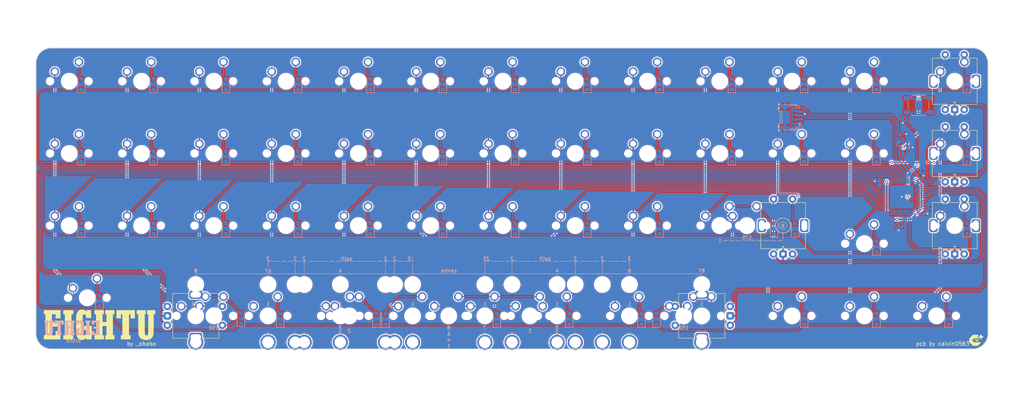
<source format=kicad_pcb>
(kicad_pcb (version 20221018) (generator pcbnew)
  (layers (0 "F.Cu" signal) (31 "B.Cu" signal) (34 "B.Paste" user) (35 "F.Paste" user) (36 "B.SilkS" user "B.Silkscreen") (37 "F.SilkS" user "F.Silkscreen") (38 "B.Mask" user) (39 "F.Mask" user) (44 "Edge.Cuts" user))
  (net 0 "")
  (net 1 "ROW0")
  (net 2 "Net-(D1-A)")
  (net 3 "Net-(D2-A)")
  (net 4 "Net-(D3-A)")
  (net 5 "Net-(D4-A)")
  (net 6 "Net-(D5-A)")
  (net 7 "Net-(D6-A)")
  (net 8 "Net-(D7-A)")
  (net 9 "ROW1")
  (net 10 "Net-(D8-A)")
  (net 11 "Net-(D9-A)")
  (net 12 "Net-(D10-A)")
  (net 13 "Net-(D11-A)")
  (net 14 "Net-(D12-A)")
  (net 15 "R1")
  (net 16 "ROW2")
  (net 17 "Net-(D15-A)")
  (net 18 "Net-(D16-A)")
  (net 19 "Net-(D17-A)")
  (net 20 "Net-(D18-A)")
  (net 21 "Net-(D19-A)")
  (net 22 "Net-(D20-A)")
  (net 23 "Net-(D21-A)")
  (net 24 "ROW3")
  (net 25 "Net-(D22-A)")
  (net 26 "Net-(D23-A)")
  (net 27 "Net-(D24-A)")
  (net 28 "Net-(D25-A)")
  (net 29 "R2")
  (net 30 "Net-(D28-A)")
  (net 31 "Net-(D29-A)")
  (net 32 "Net-(D30-A)")
  (net 33 "Net-(D31-A)")
  (net 34 "Net-(D32-A)")
  (net 35 "Net-(D33-A)")
  (net 36 "Net-(D34-A)")
  (net 37 "Net-(D35-A)")
  (net 38 "Net-(D36-A)")
  (net 39 "Net-(D37-A)")
  (net 40 "Net-(D38-A)")
  (net 41 "R3")
  (net 42 "Net-(D41-A)")
  (net 43 "R4")
  (net 44 "Net-(D43-A)")
  (net 45 "Net-(D44-A)")
  (net 46 "Net-(D45-A)")
  (net 47 "R5")
  (net 48 "Net-(D47-A)")
  (net 49 "Net-(D48-A)")
  (net 50 "Net-(D49-A)")
  (net 51 "COL0")
  (net 52 "C4")
  (net 53 "COL2")
  (net 54 "COL3")
  (net 55 "COL4")
  (net 56 "COL5")
  (net 57 "COL6")
  (net 58 "COL7")
  (net 59 "C5")
  (net 60 "R6")
  (net 61 "COL11")
  (net 62 "C1")
  (net 63 "ENC_A")
  (net 64 "ENC_B")
  (net 65 "GND")
  (net 66 "ENC_C")
  (net 67 "ENC_D")
  (net 68 "ENC_E")
  (net 69 "ENC_F")
  (net 70 "ENC_G")
  (net 71 "ENC_H")
  (net 72 "ENC_I")
  (net 73 "ENC_J")
  (net 74 "+3V3")
  (net 75 "NRST")
  (net 76 "+5V")
  (net 77 "D_N")
  (net 78 "D_P")
  (net 79 "BOOT0")
  (net 83 "Net-(D14-A)")
  (net 84 "C6")
  (net 85 "ENC_K")
  (net 86 "ENC_L")
  (net 87 "Net-(D27-A)")
  (net 88 "Net-(D40-A)")
  (net 89 "Net-(D50-A)")
  (net 90 "COL8")
  (footprint "PCM_marbastlib-mx:SW_MX_1u" (layer "F.Cu") (at 269.875 71.4375)
    (fp_text reference "MX25" hide)
    (fp_text value "MX_SW_solder")
  )
  (footprint "PCM_marbastlib-mx:SW_MX_1u" (layer "F.Cu") (at 169.8625 114.3)
    (fp_text reference "MX44" hide)
    (fp_text value "MX_SW_solder")
  )
  (footprint "PCM_marbastlib-mx:SW_MX_1u" (layer "F.Cu") (at 60.325 71.4375)
    (fp_text reference "MX15" hide)
    (fp_text value "MX_SW_solder")
  )
  (footprint "PCM_marbastlib-mx:SW_MX_1.5u" (layer "F.Cu") (at 222.25 114.3)
    (fp_text reference "MX46" hide)
    (fp_text value "MX_SW_solder")
  )
  (footprint "PCM_marbastlib-mx:SW_MX_1u" (layer "F.Cu") (at 136.525 71.4375)
    (fp_text reference "MX19" hide)
    (fp_text value "MX_SW_solder")
  )
  (footprint "PCM_marbastlib-mx:SW_MX_1u" (layer "F.Cu") (at 98.425 71.4375)
    (fp_text reference "MX17" hide)
    (fp_text value "MX_SW_solder")
  )
  (footprint "PCM_marbastlib-mx:SW_MX_1u" (layer "F.Cu") (at 188.9125 114.3)
    (fp_text reference "MX56" hide)
    (fp_text value "MX_SW_solder")
  )
  (footprint "PCM_marbastlib-mx:SW_MX_1u" (layer "F.Cu") (at 227.0125 114.3)
    (fp_text reference "MX51" hide)
    (fp_text value "MX_SW_solder")
  )
  (footprint "PCM_marbastlib-mx:SW_MX_1u" (layer "F.Cu") (at 288.925 114.3)
    (fp_text reference "MX49" hide)
    (fp_text value "MX_SW_solder")
  )
  (footprint "PCM_marbastlib-mx:SW_MX_1u" (layer "F.Cu") (at 193.675 90.4875)
    (fp_text reference "MX35" hide)
    (fp_text value "MX_SW_solder")
  )
  (footprint "PCM_marbastlib-mx:SW_MX_1u" (layer "F.Cu") (at 193.675 71.4375)
    (fp_text reference "MX22" hide)
    (fp_text value "MX_SW_solder")
  )
  (footprint "PCM_marbastlib-mx:SW_MX_1u" (layer "F.Cu") (at 93.6625 114.3)
    (fp_text reference "MX50" hide)
    (fp_text value "MX_SW_solder")
  )
  (footprint "PCM_marbastlib-mx:SW_MX_1.5u" (layer "F.Cu") (at 65.0875 109.5375)
    (fp_text reference "MX41" hide)
    (fp_text value "MX_SW_solder")
  )
  (footprint "PCM_marbastlib-mx:SW_MX_1u" (layer "F.Cu") (at 134.14375 114.3)
    (fp_text reference "MX54" hide)
    (fp_text value "MX_SW_solder")
  )
  (footprint "PCM_marbastlib-mx:SW_MX_1u" (layer "F.Cu") (at 269.875 114.3)
    (fp_text reference "MX48" hide)
    (fp_text value "MX_SW_solder")
  )
  (footprint "PCM_marbastlib-mx:SW_MX_1u" (layer "F.Cu") (at 174.625 90.4875)
    (fp_text reference "MX34" hide)
    (fp_text value "MX_SW_solder")
  )
  (footprint "PCM_marbastlib-mx:SW_MX_1u" (layer "F.Cu") (at 136.525 52.3875)
    (fp_text reference "MX5" hide)
    (fp_text value "MX_SW_solder")
  )
  (footprint "PCM_marbastlib-mx:SW_MX_1u" (layer "F.Cu") (at 174.625 71.4375)
    (fp_text reference "MX21" hide)
    (fp_text value "MX_SW_solder")
  )
  (footprint "PCM_marbastlib-mx:STAB_MX_P_2u" (layer "F.Cu") (at 188.9125 114.3 180)
    (fp_text reference "S2" hide)
    (fp_text value "2U")
  )
  (footprint "PCM_marbastlib-mx:SW_MX_1u" (layer "F.Cu") (at 293.6875 71.4375)
    (fp_text reference "MX26" hide)
    (fp_text value "MX_SW_solder")
  )
  (footprint "PCM_marbastlib-mx:SW_MX_1.5u" (layer "F.Cu") (at 98.425 114.3)
    (fp_text reference "MX42" hide)
    (fp_text value "MX_SW_solder")
  )
  (footprint "PCM_marbastlib-mx:STAB_MX_P_2.25u" (layer "F.Cu") (at 181.76875 114.3 180)
    (fp_text reference "S10" hide)
    (fp_text value "2U")
  )
  (footprint "PCM_marbastlib-mx:STAB_MX_P_7u" (layer "F.Cu") (at 169.8625 114.3 180)
    (fp_text reference "S3" hide)
    (fp_text value "7U")
  )
  (footprint "PCM_marbastlib-mx:SW_MX_1u" (layer "F.Cu") (at 269.875 52.3875)
    (fp_text reference "MX12" hide)
    (fp_text value "MX_SW_solder")
  )
  (footprint "PCM_marbastlib-various:ROT_Alps_EC11E-Switch" (layer "F.Cu") (at 248.44375 90.4875)
    (fp_text reference "SW7" hide)
    (fp_text value "RotaryEncoder_Switch")
  )
  (footprint "PCM_marbastlib-mx:SW_MX_1u" (layer "F.Cu") (at 250.825 71.4375)
    (fp_text reference "MX14" hide)
    (fp_text value "MX_SW_solder")
  )
  (footprint "PCM_marbastlib-mx:SW_MX_1u" (layer "F.Cu") (at 150.8125 114.3)
    (fp_text reference "MX40" hide)
    (fp_text value "MX_SW_solder")
  )
  (footprint "PCM_marbastlib-mx:SW_MX_1u" (layer "F.Cu") (at 212.725 90.4875)
    (fp_text reference "MX36" hide)
    (fp_text value "MX_SW_solder")
  )
  (footprint "PCM_marbastlib-mx:SW_MX_1u" (layer "F.Cu") (at 207.9625 114.3)
    (fp_text reference "MX59" hide)
    (fp_text value "MX_SW_solder")
  )
  (footprint "PCM_marbastlib-mx:SW_MX_1u" (layer "F.Cu") (at 231.775 90.4875)
    (fp_text reference "MX61" hide)
    (fp_text value "MX_SW_solder")
  )
  (footprint "PCM_marbastlib-mx:SW_MX_1u" (layer "F.Cu") (at 193.675 52.3875)
    (fp_text reference "MX8" hide)
    (fp_text value "MX_SW_solder")
  )
  (footprint "PCM_marbastlib-mx:SW_MX_1u" (layer "F.Cu") (at 112.7125 114.3)
    (fp_text reference "MX52" hide)
    (fp_text value "MX_SW_solder")
  )
  (footprint "PCM_marbastlib-mx:SW_MX_1u" (layer "F.Cu") (at 181.76875 114.3)
    (fp_text reference "MX58" hide)
    (fp_text value "MX_SW_solder")
  )
  (footprint "PCM_marbastlib-mx:STAB_MX_P_3u" (layer "F.Cu") (at 131.7625 114.3 180)
    (fp_text reference "S7" hide)
    (fp_text value "3U")
  )
  (footprint "PCM_marbastlib-mx:STAB_MX_P_2u" (layer "F.Cu") (at 131.7625 114.3 180)
    (fp_text reference "S1" hide)
    (fp_text value "2U")
  )
  (footprint "PCM_marbastlib-mx:SW_MX_1u" (layer "F.Cu") (at 117.475 90.4875)
    (fp_text reference "MX31" hide)
    (fp_text value "MX_SW_solder")
  )
  (footprint "PCM_marbastlib-mx:SW_MX_1u" (layer "F.Cu") (at 269.875 95.25)
    (fp_text reference "MX38" hide)
    (fp_text value "MX_SW_solder")
  )
  (footprint "PCM_marbastlib-mx:SW_MX_1u" (layer "F.Cu") (at 117.475 71.4375)
    (fp_text reference "MX18" hide)
    (fp_text value "MX_SW_solder")
  )
  (footprint "PCM_marbastlib-mx:SW_MX_1u" (layer "F.Cu") (at 136.525 90.4875)
    (fp_text reference "MX32" hide)
    (fp_text value "MX_SW_solder")
  )
  (footprint "PCM_marbastlib-various:ROT_Alps_EC11E-Switch" (layer "F.Cu") (at 93.6625 114.3 -90)
    (fp_text reference "SW4" hide)
    (fp_text value "RotaryEncoder_Switch")
  )
  (footprint "PCM_marbastlib-mx:SW_MX_1u" (layer "F.Cu") (at 79.375 90.4875)
    (fp_text reference "MX29" hide)
    (fp_text value "MX_SW_solder")
  )
  (footprint "PCM_marbastlib-mx:SW_MX_1u" (layer "F.Cu") (at 155.575 52.3875)
    (fp_text reference "MX6" hide)
    (fp_text value "MX_SW_solder")
  )
  (footprint "PCM_marbastlib-mx:SW_MX_1u" (layer "F.Cu") (at 98.425 90.4875)
    (fp_text reference "MX30" hide)
    (fp_text value "MX_SW_solder")
  )
  (footprint "PCM_marbastlib-mx:SW_MX_1u" (layer "F.Cu") (at 60.325 52.3875)
    (fp_text reference "MX1" hide)
    (fp_text value "MX_SW_solder")
  )
  (footprint "LOGO" (layer "F.Cu") (at 68.2625 116.68125)
    (fp_text reference "G***" hide)
    (fp_text value "LOGO" hide)
  )
  (footprint "LOGO" (layer "F.Cu") (at 299.24375 120.65)
    (fp_text reference "G***" hide)
    (fp_text value "LOGO" hide)
  )
  (footprint "PCM_marbastlib-mx:SW_MX_1u" (layer "F.Cu") (at 174.625 52.3875)
    (fp_text reference "MX7" hide)
    (fp_text value "MX_SW_solder")
  )
  (footprint "PCM_marbastlib-mx:SW_MX_1u" (layer "F.Cu") (at 293.6875 90.4875)
    (fp_text reference "MX39" hide)
    (fp_text value "MX_SW_solder")
  )
  (footprint "PCM_marbastlib-mx:SW_MX_1u" (layer "F.Cu") (at 60.325 90.4875)
    (fp_text reference "MX28" hide)
    (fp_text value "MX_SW_solder")
  )
  (footprint "PCM_marbastlib-mx:STAB_MX_P_4u" (layer "F.Cu") (at 160.3375 114.3 180)
    (fp_text reference "S5" hide)
    (fp_text value "4U")
  )
  (footprint "PCM_marbastlib-mx:STAB_MX_P_6u" (layer "F.Cu") (at 160.3375 114.3 180)
    (fp_text reference "S4" hide)
    (fp_text value "6U")
  )
  (footprint "PCM_marbastlib-mx:SW_MX_1.75u" (layer "F.Cu") (at 238.91875 90.4875)
    (fp_text reference "MX37" hide)
    (fp_text value "MX_SW_solder")
  )
  (footprint "PCM_marbastlib-various:ROT_Alps_EC11E-Switch" (layer "F.Cu") (at 227.0125 114.3 90)
    (fp_text reference "SW5" hide)
    (fp_text value "RotaryEncoder_Switch")
  )
  (footprint "PCM_marbastlib-mx:SW_MX_1u" (layer "F.Cu") (at 250.825 114.3)
    (fp_text reference "MX47" hide)
    (fp_text value "MX_SW_solder")
  )
  (footprint "PCM_marbastlib-mx:SW_MX_1u" (layer "F.Cu") (at 155.575 71.4375)
    (fp_text reference "MX20" hide)
    (fp_text value "MX_SW_solder")
  )
  (footprint "PCM_marbastlib-mx:SW_MX_1u" (layer "F.Cu") (at 79.375 71.4375)
    (fp_text reference "MX16" hide)
    (fp_text value "MX_SW_solder")
  )
  (footprint "PCM_marbastlib-mx:SW_MX_1u" (layer "F.Cu") (at 250.825 52.3875)
    (fp_text reference "MX11" hide)
    (fp_text value "MX_SW_solder")
  )
  (footprint "PCM_marbastlib-mx:SW_MX_1u" (layer "F.Cu") (at 98.425 52.3875)
    (fp_text reference "MX3" hide)
    (fp_text value "MX_SW_solder")
  )
  (footprint "PCM_marbastlib-mx:SW_MX_1u" (layer "F.Cu") (at 131.7625 114.3)
    (fp_text reference "MX27" hide)
    (fp_text value "MX_SW_solder")
  )
  (footprint "PCM_marbastlib-mx:STAB_MX_P_3u" (layer "F.Cu") (at 188.9125 114.3 180)
    (fp_text reference "S8" hide)
    (fp_text value "3U")
  )
  (footprint "PCM_marbastlib-mx:STAB_MX_P_2.75u" (layer "F.Cu") (at 134.14375 114.3 180)
    (fp_text reference "S9" hide)
    (fp_text value "2U")
  )
  (footprint "PCM_marbastlib-mx:SW_MX_1u" (layer "F.Cu") (at 155.575 90.4875)
    (fp_text reference "MX33" hide)
    (fp_text value "MX_SW_solder")
  )
  (footprint "PCM_marbastlib-various:ROT_Alps_EC11E-Switch" (layer "F.Cu") (at 293.6875 71.4375)
    (fp_text reference "SW2" hide)
    (fp_text value "RotaryEncoder_Switch")
  )
  (footprint "PCM_marbastlib-various:ROT_Alps_EC11E-Switch" (layer "F.Cu") (at 293.6875 90.4875)
    (fp_text reference "SW3" hide)
    (fp_text value "RotaryEncoder_Switch")
  )
  (footprint "PCM_marbastlib-mx:SW_MX_1u" (layer "F.Cu") (at 212.725 71.4375)
    (fp_text reference "MX23" hide)
    (fp_text value "MX_SW_solder")
  )
  (footprint "PCM_marbastlib-mx:STAB_MX_P_8u" (layer "F.Cu") (at 160.3375 114.3 180)
    (fp_text reference "S6" hide)
    (fp_text value "8U")
  )
  (footprint "PCM_marbastlib-mx:SW_MX_1u" (layer "F.Cu") (at 231.775 52.3875)
    (fp_text reference "MX10" hide)
    (fp_text value "MX_SW_solder")
  )
  (footprint "PCM_marbastlib-various:ROT_Alps_EC11E-Switch" (layer "F.Cu") (at 293.6875 52.3875)
    (fp_text reference "SW1" hide)
    (fp_text value "RotaryEncoder_Switch")
  )
  (footprint "PCM_marbastlib-mx:SW_MX_1u" (layer "F.Cu") (at 117.475 52.3875)
    (fp_text reference "MX4" hide)
    (fp_text value "MX_SW_solder")
  )
  (footprint "PCM_marbastlib-mx:SW_MX_1u" (layer "F.Cu") (at 212.725 52.3875)
    (fp_text reference "MX9" hide)
    (fp_text value "MX_SW_solder")
  )
  (footprint "PCM_marbastlib-mx:SW_MX_1u" (layer "F.Cu") (at 293.6875 52.3875)
    (fp_text reference "MX13" hide)
    (fp_text value "MX_SW_solder")
  )
  (footprint "PCM_marbastlib-mx:SW_MX_1u" (layer "F.Cu") (at 231.775 71.4375)
    (fp_text reference "MX24" hide)
    (fp_text value "MX_SW_solder")
  )
  (footprint "PCM_marbastlib-mx:SW_MX_1u" (layer "F.Cu") (at 160.3375 114.3)
    (fp_text reference "MX55" hide)
    (fp_text value "MX_SW_solder")
  )
  (footprint "PCM_marbastlib-mx:SW_MX_1u" (layer "F.Cu") (at 79.375 52.3875)
    (fp_text reference "MX2" hide)
    (fp_text value "MX_SW_solder")
  )
  (footprint "Diode_SMD:D_SOD-123F" (layer "B.Cu") (at 215.9 72.23125 90)
    (fp_text reference "D23" hide)
    (fp_text value "D_Small")
  )
  (footprint "Package_QFP:LQFP-48_7x7mm_P0.5mm" (layer "B.Cu") (at 279.73125 82.88125 90)
    (fp_text reference "U1" hide)
    (fp_text value "STM32F072CBT6")
  )
  (footprint "Capacitor_SMD:C_0402_1005Metric" (layer "B.Cu") (at 274.195 78.78125 180)
    (fp_text reference "C3" hide)
    (fp_text value "100nF")
  )
  (footprint "Diode_SMD:D_SOD-123F" (layer "B.Cu") (at 82.55 91.28125 90)
    (fp_text reference "D29" hide)
    (fp_text value "D_Small")
  )
  (footprint "Diode_SMD:D_SOD-123F" (layer "B.Cu") (at 139.7 53.18125 90)
    (fp_text reference "D5" hide)
    (fp_text value "D_Small")
  )
  (footprint "Capacitor_SMD:C_0402_1005Metric" (layer "B.Cu") (at 279.477557 90.339709 -90)
    (fp_text reference "C7" hide)
    (fp_text value "100nF")
  )
  (footprint "Diode_SMD:D_SOD-123F" (layer "B.Cu") (at 139.7 91.28125 90)
    (fp_text reference "D32" hide)
    (fp_text value "D_Small")
  )
  (footprint "Diode_SMD:D_SOD-123F" (layer "B.Cu") (at 63.5 53.18125 90)
    (fp_text reference "D1" hide)
    (fp_text value "D_Small")
  )
  (footprint "Diode_SMD:D_SOD-123F" (layer "B.Cu") (at 120.65 53.18125 90)
    (fp_text reference "D4" hide)
    (fp_text value "D_Small")
  )
  (footprint "Diode_SMD:D_SOD-123F" (layer "B.Cu") (at 141.2875 115.09375 90)
    (fp_text reference "D27" hide)
    (fp_text value "D_Small")
  )
  (footprint "Diode_SMD:D_SOD-123F" (layer "B.Cu") (at 63.5 72.23125 90)
    (fp_text reference "D15" hide)
    (fp_text value "D_Small")
  )
  (footprint "Diode_SMD:D_SOD-123F" (layer "B.Cu") (at 273.05 53.18125 90)
    (fp_text reference "D12" hide)
    (fp_text value "D_Small")
  )
  (footprint "Diode_SMD:D_SOD-123F" (layer "B.Cu") (at 120.65 91.28125 90)
    (fp_text reference "D31" hide)
    (fp_text value "D_Small")
  )
  (footprint "Connector_JST:JST_SH_SM04B-SRSS-TB_1x04-1MP_P1.00mm_Horizontal" (layer "B.Cu") (at 250.825 61.9125 90)
    (fp_text reference "J1" hide)
    (fp_text value "JST SH")
  )
  (footprint "Diode_SMD:D_SOD-123F" (layer "B.Cu") (at 215.9 53.18125 90)
    (fp_text reference "D9" hide)
    (fp_text value "D_Small")
  )
  (footprint "Diode_SMD:D_SOD-123F" (layer "B.Cu") (at 173.0375 115.09375 90)
    (fp_text reference "D44" hide)
    (fp_text value "D_Small")
  )
  (footprint "Diode_SMD:D_SOD-123F" (layer "B.Cu") (at 177.8 53.18125 90)
    (fp_text reference "D7" hide)
    (fp_text value "D_Small")
  )
  (footprint "Diode_SMD:D_SOD-123F" (layer "B.Cu") (at 215.9 91.28125 90)
    (fp_text reference "D36" hide)
    (fp_text value "D_Small")
  )
  (footprint "Diode_SMD:D_SOD-123F" (layer "B.Cu") (at 296.8625 72.23125 90)
    (fp_text reference "D26" hide)
    (fp_text value "D_Small")
  )
  (footprint "Capacitor_SMD:C_0402_1005Metric" (layer "B.Cu") (at 279.51 71.4375 180)
    (fp_text reference "C9" hide)
    (fp_text value "1uF")
  )
  (footprint "Diode_SMD:D_SOD-123F" (layer "B.Cu") (at 254 115.09375 90)
    (fp_text reference "D47" hide)
    (fp_text value "D_Small")
  )
  (footprint "Package_TO_SOT_SMD:SOT-23" (layer "B.Cu") (at 280.19375 68.9125 90)
    (fp_text reference "U2" hide)
    (fp_text value "XC6206PxxxMR-Regulator_Linear")
  )
  (footprint "Diode_SMD:D_SOD-123F" (layer "B.Cu") (at 101.6 72.23125 90)
    (fp_text reference "D17" hide)
    (fp_text value "D_Small")
  )
  (footprint "Diode_SMD:D_SOD-123F" (layer "B.Cu") (at 192.0875 115.09375 90)
    (fp_text reference "D45" hide)
    (fp_text value "D_Small")
  )
  (footprint "Diode_SMD:D_SOD-123F" (layer "B.Cu") (at 246.0625 91.28125 90)
    (fp_text reference "D37" hide)
    (fp_text value "D_Small")
  )
  (footprint "Diode_SMD:D_SOD-123F" (layer "B.Cu") (at 115.8875 115.09375 90)
    (fp_text reference "D43" hide)
    (fp_text value "D_Small")
  )
  (footprint "Diode_SMD:D_SOD-123F" (layer "B.Cu") (at 158.75 91.28125 90)
    (fp_text reference "D33" hide)
    (fp_text value "D_Small")
  )
  (footprint "Capacitor_SMD:C_0603_1608Metric" (layer "B.Cu") (at 283.9 76.53125)
    (fp_text reference "C6" hide)
    (fp_text value "10uF")
  )
  (footprint "PCM_marbastlib-various:SW_SPST_SKQG_WithStem" (layer "B.Cu") (at 284.1625 58.7375 180)
    (fp_text reference "SW6" hide)
    (fp_text value "SKQGABE010")
  )
  (footprint "Diode_SMD:D_SOD-123F" (layer "B.Cu") (at 101.6 91.28125 90)
    (fp_text reference "D30" hide)
    (fp_text value "D_Small")
  )
  (footprint "Diode_SMD:D_SOD-123F" (layer "B.Cu") (at 158.75 72.23125 90)
    (fp_text reference "D20" hide)
    (fp_text value "D_Small")
  )
  (footprint "LOGO" (layer "B.Cu") (at 61.11875 117.475 180)
    (fp_text reference "G***" hide)
    (fp_text value "LOGO" hide)
  )
  (footprint "Diode_SMD:D_SOD-123F" (layer "B.Cu") (at 82.55 53.18125 90)
    (fp_text reference "D2" hide)
    (fp_text value "D_Small")
  )
  (footprint "Diode_SMD:D_SOD-123F" (layer "B.Cu") (at 101.6 53.18125 90)
    (fp_text reference "D3" hide)
    (fp_text value "D_Small")
  )
  (footprint "Diode_SMD:D_SOD-123F" (layer "B.Cu") (at 177.8 72.23125 90)
    (fp_text reference "D21" hide)
    (fp_text value "D_Small")
  )
  (footprint "Diode_SMD:D_SOD-123F" (layer "B.Cu") (at 251.61875 91.28125 90)
    (fp_text reference "D52" hide)
    (fp_text value "D_Small")
  )
  (footprint "Capacitor_SMD:C_0402_1005Metric" (layer "B.Cu") (at 279.51 66.315654 180)
    (fp_text reference "C8" hide)
    (fp_text value "1uF")
  )
  (footprint "Capacitor_SMD:C_0402_1005Metric" (layer "B.Cu") (at 286.229327 86.05625)
    (fp_text reference "C5" hide)
    (fp_text value "100nF")
  )
  (footprint "Capacitor_SMD:C_0402_1005Metric" (layer "B.Cu") (at 278.480935 90.33875 -90)
    (fp_text reference "C2" hide)
    (fp_text value "100nF")
  )
  (footprint "Diode_SMD:D_SOD-123F" (layer "B.Cu") (at 292.1 115.09375 90)
    (fp_text reference "D49" hide)
    (fp_text value "D_Small")
  )
  (footprint "Connector_Molex:Molex_Pico-EZmate_78171-0004_1x04-1MP_P1.20mm_Vertical" (layer "B.Cu") (at 249.810197 61.9125 90)
    (fp_text reference "J2" hide)
    (fp_text value "Pico EZmate")
  )
  (footprint "Diode_SMD:D_SOD-123F" (layer "B.Cu") (at 158.75 53.18125 90)
    (fp_text reference "D6" hide)
    (fp_text value "D_Small")
  )
  (footprint "Resistor_SMD:R_0402_1005Metric" (layer "B.Cu") (at 280.509995 62.376265 180)
    (fp_text reference "R1" hide)
    (fp_text value "10k")
  )
  (footprint "Capacitor_SMD:C_0402_1005Metric" (layer "B.Cu") (at 284.983798 78.31875)
    (fp_text reference "C4" hide)
    (fp_text value "100nF")
  )
  (footprint "Diode_SMD:D_SOD-123F" (layer "B.Cu") (at 254 72.23125 90)
    (fp_text reference "D14" hide)
    (fp_text value "D_Small")
  )
  (footprint "Capacitor_SMD:C_0402_1005Metric" (layer "B.Cu") (at 284.983798 87.342435)
    (fp_text reference "C1" hide)
    (fp_text value "100nF")
  )
  (footprint "Diode_SMD:D_SOD-123F" (layer "B.Cu") (at 105.56875 114.90625 90)
    (fp_text reference "D42" hide)
    (fp_text value "D_Small")
  )
  (footprint "Diode_SMD:D_SOD-123F" (layer "B.Cu") (at 196.85 53.18125 90)
    (fp_text reference "D8" hide)
    (fp_text value "D_Small")
  )
  (footprint "Diode_SMD:D_SOD-123F" (layer "B.Cu") (at 273.05 72.23125 90)
    (fp_text reference "D25" hide)
    (fp_text value "D_Small")
  )
  (footprint "Diode_SMD:D_SOD-123F" (layer "B.Cu") (at 273.05 115.09375 90)
    (fp_text reference "D48" hide)
    (fp_text value "D_Small")
  )
  (footprint "Diode_SMD:D_SOD-123F" (layer "B.Cu") (at 139.7 72.23125 90)
    (fp_text reference "D19" hide)
    (fp_text value "D_Small")
  )
  (footprint "Diode_SMD:D_SOD-123F" (layer "B.Cu") (at 82.55 72.23125 90)
    (fp_text reference "D16" hide)
    (fp_text value "D_Small")
  )
  (footprint "Diode_SMD:D_SOD-123F" (layer "B.Cu") (at 234.95 72.23125 90)
    (fp_text reference "D24" hide)
    (fp_text value "D_Small")
  )
  (footprint "Diode_SMD:D_SOD-123F" (layer "B.Cu") (at 273.05 96.04375 90)
    (fp_text reference "D38" hide)
    (fp_text value "D_Small")
  )
  (footprint "Diode_SMD:D_SOD-123F" (layer "B.Cu") (at 215.10625 115.09375 90)
    (fp_text reference "D46" hide)
    (fp_text value "D_Small")
  )
  (footprint "Diode_SMD:D_SOD-123F" (layer "B.Cu") (at 296.8625 53.18125 90)
    (fp_text reference "D13" hide)
    (fp_text value "D_Small")
  )
  (footprint "Diode_SMD:D_SOD-123F" (layer "B.Cu") (at 196.85 91.28125 90)
    (fp_text reference "D35" hide)
    (fp_text value "D_Small")
  )
  (footprint "Diode_SMD:D_SOD-123F" (layer "B.Cu") (at 68.2625 110.33125 90)
    (fp_text reference "D41" hide)
    (fp_text value "D_Small")
  )
  (footprint "Diode_SMD:D_SOD-123F" (layer "B.Cu") (at 177.8 91.28125 90)
    (fp_text reference "D34" hide)
    (fp_text value "D_Small")
  )
  (footprint "Diode_SMD:D_SOD-123F" (layer "B.Cu") (at 63.5 91.28125 90)
    (fp_text reference "D28" hide)
    (fp_text value "D_Small")
  )
  (footprint "Diode_SMD:D_SOD-123F" (layer "B.Cu") (at 234.95 53.18125 90)
    (fp_text reference "D10" hide)
    (fp_text value "D_Small")
  )
  (footprint "Diode_SMD:D_SOD-123F" (layer "B.Cu") (at 120.65 72.23125 90)
    (fp_text reference "D18" hide)
    (fp_text value "D_Small")
  )
  (footprint "Diode_SMD:D_SOD-123F" (layer "B.Cu") (at 254 53.18125 90)
    (fp_text reference "D11" hide)
    (fp_text value "D_Small")
  )
  (footprint "Diode_SMD:D_SOD-123F" (layer "B.Cu") (at 211.1375 115.09375 90)
    (fp_text reference "D50" hide)
    (fp_text value "D_Small")
  )
  (footprint "Diode_SMD:D_SOD-123F" (layer "B.Cu") (at 196.85 72.23125 90)
    (fp_text reference "D22" hide)
    (fp_text value "D_Small")
  )
  (footprint "Diode_SMD:D_SOD-123F" (layer "B.Cu") (at 143.66875 115.09375 90)
    (fp_text reference "D40" hide)
    (fp_text value "D_Small")
  )
  (footprint "Diode_SMD:D_SOD-123F" (layer "B.Cu") (at 296.8625 91.28125 90)
    (fp_text reference "D39" hide)
    (fp_text value "D_Small")
  )
  (gr_line (start 131.7625 103.98125) (end 131.7625 103.1875) (stroke (width 0.12)) (layer "B.SilkS"))
  (gr_line (start 169.8625 99.9125) (end 207.9625 99.9125) (stroke (width 0.12) (type dash)) (layer "B.SilkS"))
  (gr_line (start 122.2375 99.9125) (end 122.2375 103.88125) (stroke (width 0.12) (type dash)) (layer "B.SilkS"))
  (gr_line (start 177.00625 99.9125) (end 177.00625 103.88125) (stroke (width 0.12) (type dash)) (layer "B.SilkS"))
  (gr_line (start 93.6625 103.1875) (end 227.0125 103.1875) (stroke (width 0.12)) (layer "B.SilkS"))
  (gr_line (start 119.85625 99.9125) (end 119.85625 103.88125) (stroke (width 0.12) (type dash)) (layer "B.SilkS"))
  (gr_line (start 112.7125 103.98125) (end 112.7125 103.1875) (stroke (width 0.12)) (layer "B.SilkS"))
  (gr_line (start 227.0125 103.98125) (end 227.0125 103.1875) (stroke (width 0.12)) (layer "B.SilkS"))
  (gr_line (start 112.7125 99.9125) (end 112.7125 101.6) (stroke (width 0.12) (type dash)) (layer "B.SilkS"))
  (gr_line (start 143.66875 99.9125) (end 143.66875 103.88125) (stroke (width 0.12) (type dash)) (layer "B.SilkS"))
  (gr_line (start 188.9125 103.98125) (end 188.9125 103.1875) (stroke (width 0.12)) (layer "B.SilkS"))
  (gr_line (start 193.690467 99.896426) (end 193.690467 103.865176) (stroke (width 0.12) (type dash)) (layer "B.SilkS"))
  (gr_line (start 248.44375 92.26625) (end 248.44375 94.45625) (stroke (width 0.15) (type dash)) (layer "B.SilkS"))
  (gr_line (start 169.8625 99.9125) (end 169.8625 103.88125) (stroke (width 0.12) (type dash)) (layer "B.SilkS"))
  (gr_line (start 200.81875 99.9125) (end 200.81875 103.88125) (stroke (width 0.12) (type dash)) (layer "B.SilkS"))
  (gr_line (start 112.7125 99.9125) (end 150.8125 99.9125) (stroke (width 0.12) (type dash)) (layer "B.SilkS"))
  (gr_line (start 207.9625 99.9125) (end 207.9625 101.5) (stroke (width 0.12) (type dash)) (layer "B.SilkS"))
  (gr_line (start 146.05 99.91019) (end 146.05 103.87894) (stroke (width 0.12) (type dash)) (layer "B.SilkS"))
  (gr_line (start 207.9625 103.98125) (end 207.9625 103.1875) (stroke (width 0.12)) (layer "B.SilkS"))
  (gr_line (start 232.56875 94.45625) (end 248.44375 94.45625) (stroke (width 0.12) (type dash)) (layer "B.SilkS"))
  (gr_line (start 93.6625 103.98125) (end 93.6625 103.1875) (stroke (width 0.12)) (layer "B.SilkS"))
  (gr_line (start 150.802205 98.678471) (end 150.8125 103.88125) (stroke (width 0.12) (type dash)) (layer "B.SilkS"))
  (gr_arc (start 55.5625 123.03125) (mid 52.734055 121.85968) (end 51.5625 119.03125) (stroke (width 0.2)) (layer "Edge.Cuts"))
  (gr_line (start 51.5625 47.625) (end 51.5625 119.03125) (stroke (width 0.2)) (layer "Edge.Cuts"))
  (gr_line (start 55.5625 123.03125) (end 298.45 123.03125) (stroke (width 0.2)) (layer "Edge.Cuts"))
  (gr_arc (start 51.5625 47.625) (mid 52.734073 44.796573) (end 55.5625 43.625) (stroke (width 0.2)) (layer "Edge.Cuts"))
  (gr_arc (start 302.45 119.03125) (mid 301.278409 121.859645) (end 298.45 123.03125) (stroke (width 0.2)) (layer "Edge.Cuts"))
  (gr_arc (start 298.4501 43.62495) (mid 301.27848 44.796555) (end 302.4501 47.62495) (stroke (width 0.2)) (layer "Edge.Cuts"))
  (gr_line (start 302.45 119.03125) (end 302.4501 47.62495) (stroke (width 0.2)) (layer "Edge.Cuts"))
  (gr_line (start 298.4501 43.62495) (end 55.5625 43.625) (stroke (width 0.2)) (layer "Edge.Cuts"))
  (gr_text "2" (at 134.14375 118.26875) (layer "B.SilkS") (effects (font (size 0.9 0.9)) (justify mirror)))
  (gr_text "1" (at 207.9625 111.125) (layer "B.SilkS") (effects (font (size 0.9 0.9)) (justify mirror)))
  (gr_text "2" (at 143.66875 99.21875) (layer "B.SilkS") (effects (font (size 0.9 0.9)) (justify mirror)))
  (gr_text "6" (at 160.358249 119.0625) (layer "B.SilkS") (effects (font (size 0.9 0.9)) (justify mirror)))
  (gr_text "3" (at 188.9125 117.475) (layer "B.SilkS") (effects (font (size 0.9 0.9)) (justify mirror)))
  (gr_text "3" (at 150.01875 99.21875) (layer "B.SilkS") (effects (font (size 0.9 0.9)) (justify mirror)))
  (gr_text "150" (at 98.425 117.475) (layer "B.SilkS") (effects (font (size 0.9 0.9)) (justify mirror)))
  (gr_text "1" (at 112.7125 111.125) (layer "B.SilkS") (effects (font (size 0.9 0.9)) (justify mirror)))
  (gr_text "R" (at 248.391783 90.617416) (layer "B.SilkS") (effects (font (size 0.9 0.9)) (justify mirror)))
  (gr_text "2" (at 131.777861 118.785986) (layer "B.SilkS") (effects (font (size 0.9 0.9)) (justify mirror)))
  (gr_text "4" (at 131.7625 102.39375) (layer "B.SilkS") (effects (font (size 0.9 0.9)) (justify mirror)))
  (gr_text "3" (at 112.7125 99.21875) (layer "B.SilkS") (effects (font (size 0.9 0.9)) (justify mirror)))
  (gr_text "1" (at 150.8125 111.125) (layer "B.SilkS") (effects (font (size 0.9 0.9)) (justify mirror)))
  (gr_text "1" (at 231.775 94.45625) (layer "B.SilkS") (effects (font (size 0.9 0.9)) (justify mirror)))
  (gr_text "1" (at 160.3375 122.2375) (layer "B.SilkS") (effects (font (size 0.9 0.9)) (justify mirror)))
  (gr_text "7" (at 169.8625 117.475) (layer "B.SilkS") (effects (font (size 0.9 0.9)) (justify mirror)))
  (gr_text "ortho" (at 63.5 121.44375) (layer "B.SilkS") (effects (font (size 1 1)) (justify left bottom mirror)))
  (gr_text "2" (at 193.675 99.21875) (layer "B.SilkS") (effects (font (size 0.9 0.9)) (justify mirror)))
  (gr_text "3" (at 207.9625 99.21875) (layer "B.SilkS") (effects (font (size 0.9 0.9)) (justify mirror)))
  (gr_text "1" (at 188.9125 111.125) (layer "B.SilkS") (effects (font (size 0.9 0.9)) (justify mirror)))
  (gr_text "split" (at 185.7375 99.21875) (layer "B.SilkS") (effects (font (size 0.9 0.9)) (justify mirror)))
  (gr_text "1" (at 227.0125 111.125) (layer "B.SilkS") (effects (font (size 0.9 0.9)) (justify mirror)))
  (gr_text "8" (at 93.6625 102.39375) (layer "B.SilkS") (effects (font (size 0.9 0.9)) (justify mirror)))
  (gr_text "1" (at 131.7625 111.125) (layer "B.SilkS") (effects (font (size 0.9 0.9)) (justify mirror)))
  (gr_text "175" (at 238.91875 93.6625) (layer "B.SilkS") (effects (font (size 0.9 0.9)) (justify mirror)))
  (gr_text "2" (at 122.2375 99.21875) (layer "B.SilkS") (effects (font (size 0.9 0.9)) (justify mirror)))
  (gr_text "2" (at 181.76875 118.26875) (layer "B.SilkS") (effects (font (size 0.9 0.9)) (justify mirror)))
  (gr_text "2" (at 200.81875 99.21875) (layer "B.SilkS") (effects (font (size 0.9 0.9)) (justify mirror)))
  (gr_text "150" (at 222.25 117.475) (layer "B.SilkS") (effects (font (size 0.9 0.9)) (justify mirror)))
  (gr_text "6" (at 113.104227 102.465331) (layer "B.SilkS") (effects (font (size 0.9 0.9)) (justify mirror)))
  (gr_text "2" (at 170.65625 99.21875) (layer "B.SilkS") (effects (font (size 0.9 0.9)) (justify mirror)))
  (gr_text "4" (at 160.341708 120.676295) (layer "B.SilkS") (effects (font (size 0.9 0.9)) (justify mirror)))
  (gr_text "split" (at 133.35 99.21875) (layer "B.SilkS") (effects (font (size 0.9 0.9)) (justify mirror)))
  (gr_text "8" (at 160.358249 117.475) (layer "B.SilkS") (effects (font (size 0.9 0.9)) (justify mirror)))
  (gr_text "2" (at 188.9125 118.733019) (layer "B.SilkS") (effects (font (size 0.9 0.9)) (justify mirror)))
  (gr_text "centre\n" (at 160.3375 102.39375) (layer "B.SilkS") (effects (font (size 0.9 0.9)) (justify mirror)))
  (gr_text "1" (at 92.86875 111.125) (layer "B.SilkS") (effects (font (size 0.9 0.9)) (justify mirror)))
  (gr_text "2" (at 146.05 99.21875) (layer "B.SilkS") (effects (font (size 0.9 0.9)) (justify mirror)))
  (gr_text "3" (at 131.7625 117.475) (layer "B.SilkS") (effects (font (size 0.9 0.9)) (justify mirror)))
  (gr_text "1" (at 169.8625 111.125) (layer "B.SilkS") (effects (font (size 0.9 0.9)) (justify mirror)))
  (gr_text "2" (at 177.00625 99.21875) (layer "B.SilkS") (effects (font (size 0.9 0.9)) (justify mirror)))
  (gr_text "7" (at 112.310477 102.465331) (layer "B.SilkS") (effects (font (size 0.9 0.9)) (justify mirror)))
  (gr_text "7" (at 226.618265 102.424366) (layer "B.SilkS") (effects (font (size 0.9 0.9)) (justify mirror)))
  (gr_text "8" (at 227.412015 102.424366) (layer "B.SilkS") (effects (font (size 0.9 0.9)) (justify mirror)))
  (gr_text "4" (at 188.9125 102.39375) (layer "B.SilkS") (effects (font (size 0.9 0.9)) (justify mirror)))
  (gr_text "6" (at 207.9625 102.39375) (layer "B.SilkS") (effects (font (size 0.9 0.9)) (justify mirror)))
  (gr_text "3" (at 169.8625 99.21875) (layer "B.SilkS") (effects (font (size 0.9 0.9)) (justify mirror)))
  (gr_text "2" (at 119.85625 99.21875) (layer "B.SilkS") (effects (font (size 0.9 0.9)) (justify mirror)))
  (gr_text "pcb by calvin0563" (at 283.36875 122.2375) (layer "F.SilkS") (effects (font (size 1 1)) (justify left bottom)))
  (gr_text "by _obabo" (at 75.40625 122.2375) (layer "F.SilkS") (effects (font (size 1 1)) (justify left bottom)))
  (segment (start 177.97515 54.7564) (end 196.67485 54.7564) (width 0.25) (layer "B.Cu") (net 1))
  (segment (start 296.68735 54.7564) (end 296.8625 54.58125) (width 0.25) (layer "B.Cu") (net 1))
  (segment (start 82.72515 54.7564) (end 101.42485 54.7564) (width 0.25) (layer "B.Cu") (net 1))
  (segment (start 196.85 54.58125) (end 197.02515 54.7564) (width 0.25) (layer "B.Cu") (net 1))
  (segment (start 254 54.58125) (end 254.17515 54.7564) (width 0.25) (layer "B.Cu") (net 1))
  (segment (start 196.67485 54.7564) (end 196.85 54.58125) (width 0.25) (layer "B.Cu") (net 1))
  (segment (start 139.52485 54.7564) (end 139.7 54.58125) (width 0.25) (layer "B.Cu") (net 1))
  (segment (start 158.75 54.58125) (end 158.92515 54.7564) (width 0.25) (layer "B.Cu") (net 1))
  (segment (start 234.95 54.58125) (end 235.12515 54.7564) (width 0.25) (layer "B.Cu") (net 1))
  (segment (start 216.07515 54.7564) (end 234.77485 54.7564) (width 0.25) (layer "B.Cu") (net 1))
  (segment (start 177.62485 54.7564) (end 177.8 54.58125) (width 0.25) (layer "B.Cu") (net 1))
  (segment (start 101.77515 54.7564) (end 120.47485 54.7564) (width 0.25) (layer "B.Cu") (net 1))
  (segment (start 272.87485 54.7564) (end 273.05 54.58125) (width 0.25) (layer "B.Cu") (net 1))
  (segment (start 158.57485 54.7564) (end 158.75 54.58125) (width 0.25) (layer "B.Cu") (net 1))
  (segment (start 63.5 54.58125) (end 63.67515 54.7564) (width 0.25) (layer "B.Cu") (net 1))
  (segment (start 277.686948 75.071712) (end 279.48125 76.866014) (width 0.25) (layer "B.Cu") (net 1))
  (segment (start 139.87515 54.7564) (end 158.57485 54.7564) (width 0.25) (layer "B.Cu") (net 1))
  (segment (start 215.72485 54.7564) (end 215.9 54.58125) (width 0.25) (layer "B.Cu") (net 1))
  (segment (start 63.5 54.58125) (end 63.3125 54.76875) (width 0.25) (layer "B.Cu") (net 1))
  (segment (start 51.987931 73.95735) (end 53.102293 75.071712) (width 0.25) (layer "B.Cu") (net 1))
  (segment (start 234.77485 54.7564) (end 234.95 54.58125) (width 0.25) (layer "B.Cu") (net 1))
  (segment (start 273.05 54.58125) (end 273.22515 54.7564) (width 0.25) (layer "B.Cu") (net 1))
  (segment (start 82.37485 54.7564) (end 82.55 54.58125) (width 0.25) (layer "B.Cu") (net 1))
  (segment (start 139.7 54.58125) (end 139.87515 54.7564) (width 0.25) (layer "B.Cu") (net 1))
  (segment (start 53.102293 75.071712) (end 277.686948 75.071712) (width 0.25) (layer "B.Cu") (net 1))
  (segment (start 63.3125 54.76875) (end 53.18125 54.76875) (width 0.25) (layer "B.Cu") (net 1))
  (segment (start 51.987931 55.962069) (end 51.987931 73.95735) (width 0.25) (layer "B.Cu") (net 1))
  (segment (start 63.67515 54.7564) (end 82.37485 54.7564) (width 0.25) (layer "B.Cu") (net 1))
  (segment (start 273.22515 54.7564) (end 296.68735 54.7564) (width 0.25) (layer "B.Cu") (net 1))
  (segment (start 101.42485 54.7564) (end 101.6 54.58125) (width 0.25) (layer "B.Cu") (net 1))
  (segment (start 120.82515 54.7564) (end 139.52485 54.7564) (width 0.25) (layer "B.Cu") (net 1))
  (segment (start 235.12515 54.7564) (end 253.82485 54.7564) (width 0.25) (layer "B.Cu") (net 1))
  (segment (start 215.9 54.58125) (end 216.07515 54.7564) (width 0.25) (layer "B.Cu") (net 1))
  (segment (start 53.18125 54.76875) (end 51.987931 55.962069) (width 0.25) (layer "B.Cu") (net 1))
  (segment (start 279.48125 76.866014) (end 279.48125 78.71875) (width 0.25) (layer "B.Cu") (net 1))
  (segment (start 253.82485 54.7564) (end 254 54.58125) (width 0.25) (layer "B.Cu") (net 1))
  (segment (start 101.6 54.58125) (end 101.77515 54.7564) (width 0.25) (layer "B.Cu") (net 1))
  (segment (start 177.8 54.58125) (end 177.97515 54.7564) (width 0.25) (layer "B.Cu") (net 1))
  (segment (start 120.47485 54.7564) (end 120.65 54.58125) (width 0.25) (layer "B.Cu") (net 1))
  (segment (start 197.02515 54.7564) (end 215.72485 54.7564) (width 0.25) (layer "B.Cu") (net 1))
  (segment (start 254.17515 54.7564) (end 272.87485 54.7564) (width 0.25) (layer "B.Cu") (net 1))
  (segment (start 120.65 54.58125) (end 120.82515 54.7564) (width 0.25) (layer "B.Cu") (net 1))
  (segment (start 158.92515 54.7564) (end 177.62485 54.7564) (width 0.25) (layer "B.Cu") (net 1))
  (segment (start 82.55 54.58125) (end 82.72515 54.7564) (width 0.25) (layer "B.Cu") (net 1))
  (segment (start 62.865 51.14625) (end 63.5 51.78125) (width 0.25) (layer "B.Cu") (net 2))
  (segment (start 62.865 47.3075) (end 62.865 51.14625) (width 0.25) (layer "B.Cu") (net 2))
  (segment (start 81.915 51.14625) (end 82.55 51.78125) (width 0.25) (layer "B.Cu") (net 3))
  (segment (start 81.915 47.3075) (end 81.915 51.14625) (width 0.25) (layer "B.Cu") (net 3))
  (segment (start 100.965 47.3075) (end 100.965 51.14625) (width 0.25) (layer "B.Cu") (net 4))
  (segment (start 100.965 51.14625) (end 101.6 51.78125) (width 0.25) (layer "B.Cu") (net 4))
  (segment (start 120.015 47.3075) (end 120.015 51.14625) (width 0.25) (layer "B.Cu") (net 5))
  (segment (start 120.015 51.14625) (end 120.65 51.78125) (width 0.25) (layer "B.Cu") (net 5))
  (segment (start 139.065 47.3075) (end 139.065 51.14625) (width 0.25) (layer "B.Cu") (net 6))
  (segment (start 139.065 51.14625) (end 139.7 51.78125) (width 0.25) (layer "B.Cu") (net 6))
  (segment (start 158.115 47.3075) (end 158.115 51.14625) (width 0.25) (layer "B.Cu") (net 7))
  (segment (start 158.115 51.14625) (end 158.75 51.78125) (width 0.25) (layer "B.Cu") (net 7))
  (segment (start 177.165 51.14625) (end 177.8 51.78125) (width 0.25) (layer "B.Cu") (net 8))
  (segment (start 177.165 47.3075) (end 177.165 51.14625) (width 0.25) (layer "B.Cu") (net 8))
  (segment (start 277.01875 73.81875) (end 288.13125 73.81875) (width 0.25) (layer "F.Cu") (net 9))
  (via (at 288.13125 73.81875) (size 0.8) (drill 0.4) (layers "F.Cu" "B.Cu") (net 9))
  (via (at 277.01875 73.81875) (size 0.8) (drill 0.4) (layers "F.Cu" "B.Cu") (net 9))
  (segment (start 158.57485 73.8064) (end 158.75 73.63125) (width 0.25) (layer "B.Cu") (net 9))
  (segment (start 139.7 73.63125) (end 139.87515 73.8064) (width 0.25) (layer "B.Cu") (net 9))
  (segment (start 215.72485 73.8064) (end 215.9 73.63125) (width 0.25) (layer "B.Cu") (net 9))
  (segment (start 234.77485 73.8064) (end 234.95 73.63125) (width 0.25) (layer "B.Cu") (net 9))
  (segment (start 52.847957 74.180979) (end 53.260248 74.593271) (width 0.25) (layer "B.Cu") (net 9))
  (segment (start 101.42485 73.8064) (end 101.6 73.63125) (width 0.25) (layer "B.Cu") (net 9))
  (segment (start 177.97515 73.8064) (end 196.67485 73.8064) (width 0.25) (layer "B.Cu") (net 9))
  (segment (start 279.98125 76.729618) (end 279.98125 78.71875) (width 0.25) (layer "B.Cu") (net 9))
  (segment (start 273.2375 73.81875) (end 277.01875 73.81875) (width 0.25) (layer "B.Cu") (net 9))
  (segment (start 196.85 73.63125) (end 197.02515 73.8064) (width 0.25) (layer "B.Cu") (net 9))
  (segment (start 101.6 73.63125) (end 101.77515 73.8064) (width 0.25) (layer "B.Cu") (net 9))
  (segment (start 277.844903 74.593271) (end 279.98125 76.729618) (width 0.25) (layer "B.Cu") (net 9))
  (segment (start 254.17515 73.8064) (end 272.87485 73.8064) (width 0.25) (layer "B.Cu") (net 9))
  (segment (start 120.82515 73.8064) (end 139.52485 73.8064) (width 0.25) (layer "B.Cu") (net 9))
  (segment (start 234.95 73.63125) (end 235.1375 73.81875) (width 0.25) (layer "B.Cu") (net 9))
  (segment (start 82.72515 73.8064) (end 101.42485 73.8064) (width 0.25) (layer "B.Cu") (net 9))
  (segment (start 82.55 73.63125) (end 82.72515 73.8064) (width 0.25) (layer "B.Cu") (net 9))
  (segment (start 101.77515 73.8064) (end 120.47485 73.8064) (width 0.25) (layer "B.Cu") (net 9))
  (segment (start 273.05 73.63125) (end 273.2375 73.81875) (width 0.25) (layer "B.Cu") (net 9))
  (segment (start 139.52485 73.8064) (end 139.7 73.63125) (width 0.25) (layer "B.Cu") (net 9))
  (segment (start 254 73.63125) (end 254.17515 73.8064) (width 0.25) (layer "B.Cu") (net 9))
  (segment (start 158.75 73.63125) (end 158.92515 73.8064) (width 0.25) (layer "B.Cu") (net 9))
  (segment (start 53.260248 74.593271) (end 277.844903 74.593271) (width 0.25) (layer "B.Cu") (net 9))
  (segment (start 65.7061 73.8064) (end 53.040566 73.8064) (width 0.25) (layer "B.Cu") (net 9))
  (segment (start 288.13125 73.81875) (end 296.675 73.81875) (width 0.25) (layer "B.Cu") (net 9))
  (segment (start 177.8 73.63125) (end 177.97515 73.8064) (width 0.25) (layer "B.Cu") (net 9))
  (segment (start 52.847957 73.999009) (end 52.847957 74.180979) (width 0.25) (layer "B.Cu") (net 9))
  (segment (start 216.07515 73.8064) (end 234.77485 73.8064) (width 0.25) (layer "B.Cu") (net 9))
  (segment (start 82.37485 73.8064) (end 82.55 73.63125) (width 0.25) (layer "B.Cu") (net 9))
  (segment (start 296.675 73.81875) (end 296.8625 73.63125) (width 0.25) (layer "B.Cu") (net 9))
  (segment (start 63.5 73.63125) (end 63.67515 73.8064) (width 0.25) (layer "B.Cu") (net 9))
  (segment (start 120.65 73.63125) (end 120.82515 73.8064) (width 0.25) (layer "B.Cu") (net 9))
  (segment (start 253.8125 73.81875) (end 254 73.63125) (width 0.25) (layer "B.Cu") (net 9))
  (segment (start 63.5 73.63125) (end 63.32485 73.8064) (width 0.25) (layer "B.Cu") (net 9))
  (segment (start 196.67485 73.8064) (end 196.85 73.63125) (width 0.25) (layer "B.Cu") (net 9))
  (segment (start 177.62485 73.8064) (end 177.8 73.63125) (width 0.25) (layer "B.Cu") (net 9))
  (segment (start 61.2939 73.8064) (end 82.37485 73.8064) (width 0.25) (layer "B.Cu") (net 9))
  (segment (start 120.47485 73.8064) (end 120.65 73.63125) (width 0.25) (layer "B.Cu") (net 9))
  (segment (start 235.1375 73.81875) (end 253.8125 73.81875) (width 0.25) (layer "B.Cu") (net 9))
  (segment (start 197.02515 73.8064) (end 215.72485 73.8064) (width 0.25) (layer "B.Cu") (net 9))
  (segment (start 139.87515 73.8064) (end 158.57485 73.8064) (width 0.25) (layer "B.Cu") (net 9))
  (segment (start 272.87485 73.8064) (end 273.05 73.63125) (width 0.25) (layer "B.Cu") (net 9))
  (segment (start 158.92515 73.8064) (end 177.62485 73.8064) (width 0.25) (layer "B.Cu") (net 9))
  (segment (start 53.040566 73.8064) (end 52.847957 73.999009) (width 0.25) (layer "B.Cu") (net 9))
  (segment (start 215.9 73.63125) (end 216.07515 73.8064) (width 0.25) (layer "B.Cu") (net 9))
  (segment (start 196.215 51.14625) (end 196.85 51.78125) (width 0.25) (layer "B.Cu") (net 10))
  (segment (start 196.215 47.3075) (end 196.215 51.14625) (width 0.25) (layer "B.Cu") (net 10))
  (segment (start 215.265 47.3075) (end 215.265 51.14625) (width 0.25) (layer "B.Cu") (net 11))
  (segment (start 215.265 51.14625) (end 215.9 51.78125) (width 0.25) (layer "B.Cu") (net 11))
  (segment (start 234.315 51.14625) (end 234.95 51.78125) (width 0.25) (layer "B.Cu") (net 12))
  (segment (start 234.315 47.3075) (end 234.315 51.14625) (width 0.25) (layer "B.Cu") (net 12))
  (segment (start 253.365 51.14625) (end 254 51.78125) (width 0.25) (layer "B.Cu") (net 13))
  (segment (start 253.365 47.3075) (end 253.365 51.14625) (width 0.25) (layer "B.Cu") (net 13))
  (segment (start 272.415 47.3075) (end 272.415 51.14625) (width 0.25) (layer "B.Cu") (net 14))
  (segment (start 272.415 51.14625) (end 273.05 51.78125) (width 0.25) (layer "B.Cu") (net 14))
  (segment (start 296.1875 45.3875) (end 296.1875 47.2675) (width 0.25) (layer "B.Cu") (net 15))
  (segment (start 296.1875 47.2675) (end 296.2275 47.3075) (width 0.25) (layer "B.Cu") (net 15))
  (segment (start 296.2275 47.3075) (end 296.2275 51.14625) (width 0.25) (layer "B.Cu") (net 15))
  (segment (start 296.2275 51.14625) (end 296.8625 51.78125) (width 0.25) (layer "B.Cu") (net 15))
  (segment (start 240.50625 92.86875) (end 240.94375 93.30625) (width 0.25) (layer "B.Cu") (net 16))
  (segment (start 215.9 92.68125) (end 216.0875 92.86875) (width 0.25) (layer "B.Cu") (net 16))
  (segment (start 246.25 92.86875) (end 251.43125 92.86875) (width 0.25) (layer "B.Cu") (net 16))
  (segment (start 53.321022 77.647728) (end 53.96875 77) (width 0.25) (layer "B.Cu") (net 16))
  (segment (start 82.37485 92.8564) (end 82.55 92.68125) (width 0.25) (layer "B.Cu") (net 16))
  (segment (start 196.85 92.68125) (end 197.02515 92.8564) (width 0.25) (layer "B.Cu") (net 16))
  (segment (start 53.321022 91.421022) (end 53.321022 77.647728) (width 0.25) (layer "B.Cu") (net 16))
  (segment (start 256.5564 97.6189) (end 259.55625 97.6189) (width 0.25) (layer "B.Cu") (net 16))
  (segment (start 276.892241 77) (end 277.48125 77.589009) (width 0.25) (layer "B.Cu") (net 16))
  (segment (start 297.65625 93.475) (end 296.8625 92.68125) (width 0.25) (layer "B.Cu") (net 16))
  (segment (start 54.76875 92.86875) (end 53.321022 91.421022) (width 0.25) (layer "B.Cu") (net 16))
  (segment (start 216.0875 92.86875) (end 240.50625 92.86875) (width 0.25) (layer "B.Cu") (net 16))
  (segment (start 246.0625 92.68125) (end 246.25 92.86875) (width 0.25) (layer "B.Cu") (net 16))
  (segment (start 245.4375 93.30625) (end 246.0625 92.68125) (width 0.25) (layer "B.Cu") (net 16))
  (segment (start 177.97515 92.8564) (end 196.67485 92.8564) (width 0.25) (layer "B.Cu") (net 16))
  (segment (start 158.57485 92.8564) (end 158.75 92.68125) (width 0.25) (layer "B.Cu") (net 16))
  (segment (start 96.66235 92.8564) (end 63.67515 92.8564) (width 0.25) (layer "B.Cu") (net 16))
  (segment (start 272.87485 97.6189) (end 273.05 97.44375) (width 0.25) (layer "B.Cu") (net 16))
  (segment (start 251.61875 92.68125) (end 256.5564 97.6189) (width 0.25) (layer "B.Cu") (net 16))
  (segment (start 296.76875 99.3125) (end 297.65625 98.425) (width 0.25) (layer "B.Cu") (net 16))
  (segment (start 196.67485 92.8564) (end 196.85 92.68125) (width 0.25) (layer "B.Cu") (net 16))
  (segment (start 251.43125 92.86875) (end 251.61875 92.68125) (width 0.25) (layer "B.Cu") (net 16))
  (segment (start 273.236527 97.630277) (end 288.830277 97.630277) (width 0.25) (layer "B.Cu") (net 16))
  (segment (start 240.94375 93.30625) (end 245.4375 93.30625) (width 0.25) (layer "B.Cu") (net 16))
  (segment (start 101.77515 92.8564) (end 120.47485 92.8564) (width 0.25) (layer "B.Cu") (net 16))
  (segment (start 139.52485 92.8564) (end 139.7 92.68125) (width 0.25) (layer "B.Cu") (net 16))
  (segment (start 101.6 92.68125) (end 101.77515 92.8564) (width 0.25) (layer "B.Cu") (net 16))
  (segment (start 53.96875 77) (end 276.892241 77) (width 0.25) (layer "B.Cu") (net 16))
  (segment (start 63.3125 92.86875) (end 63.5 92.68125) (width 0.25) (layer "B.Cu") (net 16))
  (segment (start 273.05 97.44375) (end 273.236527 97.630277) (width 0.25) (layer "B.Cu") (net 16))
  (segment (start 120.65 92.68125) (end 120.82515 92.8564) (width 0.25) (layer "B.Cu") (net 16))
  (segment (start 277.48125 77.589009) (end 277.48125 78.71875) (width 0.25) (layer "B.Cu") (net 16))
  (segment (start 158.92515 92.8564) (end 177.62485 92.8564) (width 0.25) (layer "B.Cu") (net 16))
  (segment (start 290.5125 99.3125) (end 296.76875 99.3125) (width 0.25) (layer "B.Cu") (net 16))
  (segment (start 63.67515 92.8564) (end 63.5 92.68125) (width 0.25) (layer "B.Cu") (net 16))
  (segment (start 139.87515 92.8564) (end 158.57485 92.8564) (width 0.25) (layer "B.Cu") (net 16))
  (segment (start 177.62485 92.8564) (end 177.8 92.68125) (width 0.25) (layer "B.Cu") (net 16))
  (segment (start 101.42485 92.8564) (end 101.6 92.68125) (width 0.25) (layer "B.Cu") (net 16))
  (segment (start 82.72515 92.8564) (end 101.42485 92.8564) (width 0.25) (layer "B.Cu") (net 16))
  (segment (start 82.55 92.68125) (end 82.72515 92.8564) (width 0.25) (layer "B.Cu") (net 16))
  (segment (start 177.8 92.68125) (end 177.97515 92.8564) (width 0.25) (layer "B.Cu") (net 16))
  (segment (start 215.72485 92.8564) (end 215.9 92.68125) (width 0.25) (layer "B.Cu") (net 16))
  (segment (start 120.47485 92.8564) (end 120.65 92.68125) (width 0.25) (layer "B.Cu") (net 16))
  (segment (start 197.02515 92.8564) (end 215.72485 92.8564) (width 0.25) (layer "B.Cu") (net 16))
  (segment (start 158.75 92.68125) (end 158.92515 92.8564) (width 0.25) (layer "B.Cu") (net 16))
  (segment (start 54.76875 92.86875) (end 63.3125 92.86875) (width 0.25) (layer "B.Cu") (net 16))
  (segment (start 259.55625 97.6189) (end 272.87485 97.6189) (width 0.25) (layer "B.Cu") (net 16))
  (segment (start 297.65625 98.425) (end 297.65625 93.475) (width 0.25) (layer "B.Cu") (net 16))
  (segment (start 139.7 92.68125) (end 139.87515 92.8564) (width 0.25) (layer "B.Cu") (net 16))
  (segment (start 120.82515 92.8564) (end 139.52485 92.8564) (width 0.25) (layer "B.Cu") (net 16))
  (segment (start 288.830277 97.630277) (end 290.5125 99.3125) (width 0.25) (layer "B.Cu") (net 16))
  (segment (start 62.865 70.19625) (end 63.5 70.83125) (width 0.25) (layer "B.Cu") (net 17))
  (segment (start 62.865 66.3575) (end 62.865 70.19625) (width 0.25) (layer "B.Cu") (net 17))
  (segment (start 81.915 66.3575) (end 81.915 70.19625) (width 0.25) (layer "B.Cu") (net 18))
  (segment (start 81.915 70.19625) (end 82.55 70.83125) (width 0.25) (layer "B.Cu") (net 18))
  (segment (start 100.965 70.19625) (end 101.6 70.83125) (width 0.25) (layer "B.Cu") (net 19))
  (segment (start 100.965 66.3575) (end 100.965 70.19625) (width 0.25) (layer "B.Cu") (net 19))
  (segment (start 120.015 66.3575) (end 120.015 70.19625) (width 0.25) (layer "B.Cu") (net 20))
  (segment (start 120.015 70.19625) (end 120.65 70.83125) (width 0.25) (layer "B.Cu") (net 20))
  (segment (start 139.065 70.19625) (end 139.7 70.83125) (width 0.25) (layer "B.Cu") (net 21))
  (segment (start 139.065 66.3575) (end 139.065 70.19625) (width 0.25) (layer "B.Cu") (net 21))
  (segment (start 158.115 70.19625) (end 158.75 70.83125) (width 0.25) (layer "B.Cu") (net 22))
  (segment (start 158.115 66.3575) (end 158.115 70.19625) (width 0.25) (layer "B.Cu") (net 22))
  (segment (start 177.165 70.19625) (end 177.8 70.83125) (width 0.25) (layer "B.Cu") (net 23))
  (segment (start 177.165 66.3575) (end 177.165 70.19625) (width 0.25) (layer "B.Cu") (net 23))
  (segment (start 53.1689 111.9064) (end 51.971022 110.708522) (width 0.25) (layer "B.Cu") (net 24))
  (segment (start 291.92485 116.6689) (end 292.1 116.49375) (width 0.25) (layer "B.Cu") (net 24))
  (segment (start 142.08125 116.49375) (end 142.2564 116.6689) (width 0.25) (layer "B.Cu") (net 24))
  (segment (start 272.87485 116.6689) (end 273.05 116.49375) (width 0.25) (layer "B.Cu") (net 24))
  (segment (start 215.10625 116.49375) (end 216.7375 118.125) (width 0.25) (layer "B.Cu") (net 24))
  (segment (start 210.96235 116.6689) (end 211.1375 116.49375) (width 0.25) (layer "B.Cu") (net 24))
  (segment (start 173.0375 116.49375) (end 173.21265 116.6689) (width 0.25) (layer "B.Cu") (net 24))
  (segment (start 68.2625 111.73125) (end 68.08735 111.9064) (width 0.25) (layer "B.Cu") (net 24))
  (segment (start 273.22515 116.6689) (end 291.92485 116.6689) (width 0.25) (layer "B.Cu") (net 24))
  (segment (start 68.2625 111.73125) (end 74.65625 118.125) (width 0.25) (layer "B.Cu") (net 24))
  (segment (start 51.971022 110.708522) (end 51.971022 76.616478) (width 0.25) (layer "B.Cu") (net 24))
  (segment (start 252.36875 118.125) (end 254 116.49375) (width 0.25) (layer "B.Cu") (net 24))
  (segment (start 254.17515 116.6689) (end 272.87485 116.6689) (width 0.25) (layer "B.Cu") (net 24))
  (segment (start 173.21265 116.6689) (end 210.96235 116.6689) (width 0.25) (layer "B.Cu") (net 24))
  (segment (start 214.924505 116.675495) (end 215.10625 116.49375) (width 0.25) (layer "B.Cu") (net 24))
  (segment (start 142.2564 116.6689) (end 172.86235 116.6689) (width 0.25) (layer "B.Cu") (net 24))
  (segment (start 278.98125 77.00241) (end 278.98125 78.71875) (width 0.25) (layer "B.Cu") (net 24))
  (segment (start 105.9314 116.6689) (end 141.9061 116.6689) (width 0.25) (layer "B.Cu") (net 24))
  (segment (start 51.971022 76.616478) (end 53.027515 75.559985) (width 0.25) (layer "B.Cu") (net 24))
  (segment (start 254 116.49375) (end 254.17515 116.6689) (width 0.25) (layer "B.Cu") (net 24))
  (segment (start 103.75 118.125) (end 105.56875 116.30625) (width 0.25) (layer "B.Cu") (net 24))
  (segment (start 105.56875 116.30625) (end 105.9314 116.6689) (width 0.25) (layer "B.Cu") (net 24))
  (segment (start 172.86235 116.6689) (end 173.0375 116.49375) (width 0.25) (layer "B.Cu") (net 24))
  (segment (start 141.9061 116.6689) (end 142.08125 116.49375) (width 0.25) (layer "B.Cu") (net 24))
  (segment (start 211.319245 116.675495) (end 214.924505 116.675495) (width 0.25) (layer "B.Cu") (net 24))
  (segment (start 277.538825 75.559985) (end 278.98125 77.00241) (width 0.25) (layer "B.Cu") (net 24))
  (segment (start 273.05 116.49375) (end 273.22515 116.6689) (width 0.25) (layer "B.Cu") (net 24))
  (segment (start 68.08735 111.9064) (end 53.1689 111.9064) (width 0.25) (layer "B.Cu") (net 24))
  (segment (start 216.7375 118.125) (end 252.36875 118.125) (width 0.25) (layer "B.Cu") (net 24))
  (segment (start 211.1375 116.49375) (end 211.319245 116.675495) (width 0.25) (layer "B.Cu") (net 24))
  (segment (start 53.027515 75.559985) (end 277.538825 75.559985) (width 0.25) (layer "B.Cu") (net 24))
  (segment (start 74.65625 118.125) (end 103.75 118.125) (width 0.25) (layer "B.Cu") (net 24))
  (segment (start 196.215 70.19625) (end 196.85 70.83125) (width 0.25) (layer "B.Cu") (net 25))
  (segment (start 196.215 66.3575) (end 196.215 70.19625) (width 0.25) (layer "B.Cu") (net 25))
  (segment (start 215.265 66.3575) (end 215.265 70.19625) (width 0.25) (layer "B.Cu") (net 26))
  (segment (start 215.265 70.19625) (end 215.9 70.83125) (width 0.25) (layer "B.Cu") (net 26))
  (segment (start 234.315 70.19625) (end 234.95 70.83125) (width 0.25) (layer "B.Cu") (net 27))
  (segment (start 234.315 66.3575) (end 234.315 70.19625) (width 0.25) (layer "B.Cu") (net 27))
  (segment (start 272.415 66.3575) (end 272.415 70.19625) (width 0.25) (layer "B.Cu") (net 28))
  (segment (start 272.415 70.19625) (end 273.05 70.83125) (width 0.25) (layer "B.Cu") (net 28))
  (segment (start 296.2275 66.3575) (end 296.2275 70.19625) (width 0.25) (layer "B.Cu") (net 29))
  (segment (start 296.1875 66.3175) (end 296.2275 66.3575) (width 0.25) (layer "B.Cu") (net 29))
  (segment (start 296.2275 70.19625) (end 296.8625 70.83125) (width 0.25) (layer "B.Cu") (net 29))
  (segment (start 296.1875 64.4375) (end 296.1875 66.3175) (width 0.25) (layer "B.Cu") (net 29))
  (segment (start 62.865 85.4075) (end 62.865 89.24625) (width 0.25) (layer "B.Cu") (net 30))
  (segment (start 62.865 89.24625) (end 63.5 89.88125) (width 0.25) (layer "B.Cu") (net 30))
  (segment (start 81.915 85.4075) (end 81.915 89.24625) (width 0.25) (layer "B.Cu") (net 31))
  (segment (start 81.915 89.24625) (end 82.55 89.88125) (width 0.25) (layer "B.Cu") (net 31))
  (segment (start 100.965 89.24625) (end 101.6 89.88125) (width 0.25) (layer "B.Cu") (net 32))
  (segment (start 100.965 85.4075) (end 100.965 89.24625) (width 0.25) (layer "B.Cu") (net 32))
  (segment (start 120.015 89.24625) (end 120.65 89.88125) (width 0.25) (layer "B.Cu") (net 33))
  (segment (start 120.015 85.4075) (end 120.015 89.24625) (width 0.25) (layer "B.Cu") (net 33))
  (segment (start 139.065 89.24625) (end 139.7 89.88125) (width 0.25) (layer "B.Cu") (net 34))
  (segment (start 139.065 85.4075) (end 139.065 89.24625) (width 0.25) (layer "B.Cu") (net 34))
  (segment (start 158.115 85.4075) (end 158.115 89.24625) (width 0.25) (layer "B.Cu") (net 35))
  (segment (start 158.115 89.24625) (end 158.75 89.88125) (width 0.25) (layer "B.Cu") (net 35))
  (segment (start 177.165 89.24625) (end 177.8 89.88125) (width 0.25) (layer "B.Cu") (net 36))
  (segment (start 177.165 85.4075) (end 177.165 89.24625) (width 0.25) (layer "B.Cu") (net 36))
  (segment (start 196.215 85.4075) (end 196.215 89.24625) (width 0.25) (layer "B.Cu") (net 37))
  (segment (start 196.215 89.24625) (end 196.85 89.88125) (width 0.25) (layer "B.Cu") (net 37))
  (segment (start 215.265 89.24625) (end 215.9 89.88125) (width 0.25) (layer "B.Cu") (net 38))
  (segment (start 215.265 85.4075) (end 215.265 89.24625) (width 0.25) (layer "B.Cu") (net 38))
  (segment (start 234.315 85.4075) (end 241.45875 85.4075) (width 0.25) (layer "B.Cu") (net 39))
  (segment (start 241.45875 85.4075) (end 245.9325 89.88125) (width 0.25) (layer "B.Cu") (net 39))
  (segment (start 245.9325 89.88125) (end 246.0625 89.88125) (width 0.25) (layer "B.Cu") (net 39))
  (segment (start 272.415 90.17) (end 272.415 94.00875) (width 0.25) (layer "B.Cu") (net 40))
  (segment (start 272.415 94.00875) (end 273.05 94.64375) (width 0.25) (layer "B.Cu") (net 40))
  (segment (start 296.2275 89.24625) (end 296.8625 89.88125) (width 0.25) (layer "B.Cu") (net 41))
  (segment (start 296.1875 85.3675) (end 296.2275 85.4075) (width 0.25) (layer "B.Cu") (net 41))
  (segment (start 296.1875 83.4875) (end 296.1875 85.3675) (width 0.25) (layer "B.Cu") (net 41))
  (segment (start 296.2275 85.4075) (end 296.2275 89.24625) (width 0.25) (layer "B.Cu") (net 41))
  (segment (start 67.6275 104.4575) (end 67.6275 108.29625) (width 0.25) (layer "B.Cu") (net 42))
  (segment (start 67.6275 108.29625) (end 68.2625 108.93125) (width 0.25) (layer "B.Cu") (net 42))
  (segment (start 100.965 109.22) (end 101.2825 109.22) (width 0.25) (layer "B.Cu") (net 43))
  (segment (start 96.2025 109.22) (end 100.965 109.22) (width 0.25) (layer "B.Cu") (net 43))
  (segment (start 101.2825 109.22) (end 105.56875 113.50625) (width 0.25) (layer "B.Cu") (net 43))
  (segment (start 102.772767 116.8) (end 105.56875 114.004017) (width 0.25) (layer "B.Cu") (net 43))
  (segment (start 100.6625 116.8) (end 102.772767 116.8) (width 0.25) (layer "B.Cu") (net 43))
  (segment (start 105.56875 114.004017) (end 105.56875 113.50625) (width 0.25) (layer "B.Cu") (net 43))
  (segment (start 115.2525 109.22) (end 115.2525 113.05875) (width 0.25) (layer "B.Cu") (net 44))
  (segment (start 115.2525 113.05875) (end 115.8875 113.69375) (width 0.25) (layer "B.Cu") (net 44))
  (segment (start 172.4025 109.22) (end 172.4025 113.05875) (width 0.25) (layer "B.Cu") (net 45))
  (segment (start 172.4025 113.05875) (end 173.0375 113.69375) (width 0.25) (layer "B.Cu") (net 45))
  (segment (start 162.8775 109.22) (end 184.30875 109.22) (width 0.25) (layer "B.Cu") (net 45))
  (segment (start 191.4525 109.22) (end 191.4525 113.05875) (width 0.25) (layer "B.Cu") (net 46))
  (segment (start 191.4525 113.05875) (end 192.0875 113.69375) (width 0.25) (layer "B.Cu") (net 46))
  (segment (start 218.44 111.76) (end 223.2025 111.76) (width 0.25) (layer "B.Cu") (net 47))
  (segment (start 217.04 111.76) (end 215.10625 113.69375) (width 0.25) (layer "B.Cu") (net 47))
  (segment (start 218.44 111.76) (end 217.04 111.76) (width 0.25) (layer "B.Cu") (net 47))
  (segment (start 253.365 109.22) (end 253.365 113.05875) (width 0.25) (layer "B.Cu") (net 48))
  (segment (start 253.365 113.05875) (end 254 113.69375) (width 0.25) (layer "B.Cu") (net 48))
  (segment (start 272.415 113.05875) (end 273.05 113.69375) (width 0.25) (layer "B.Cu") (net 49))
  (segment (start 272.415 109.22) (end 272.415 113.05875) (width 0.25) (layer "B.Cu") (net 49))
  (segment (start 291.465 113.05875) (end 292.1 113.69375) (width 0.25) (layer "B.Cu") (net 50))
  (segment (start 291.465 109.22) (end 291.465 113.05875) (width 0.25) (layer "B.Cu") (net 50))
  (segment (start 56.515 87.9475) (end 56.495 87.9675) (width 0.25) (layer "F.Cu") (net 51))
  (segment (start 56.495 87.9675) (end 56.495 102.215) (width 0.25) (layer "F.Cu") (net 51))
  (segment (start 56.515 49.8475) (end 56.515 87.9475) (width 0.25) (layer "F.Cu") (net 51))
  (segment (start 56.495 102.215) (end 61.2775 106.9975) (width 0.25) (layer "F.Cu") (net 51))
  (segment (start 276.612622 77.5) (end 276.98125 77.868628) (width 0.25) (layer "B.Cu") (net 51))
  (segment (start 276.98125 77.868628) (end 276.98125 78.71875) (width 0.25) (layer "B.Cu") (net 51))
  (segment (start 66.9625 77.5) (end 276.612622 77.5) (width 0.25) (layer "B.Cu") (net 51))
  (segment (start 56.515 87.9475) (end 66.9625 77.5) (width 0.25) (layer "B.Cu") (net 51))
  (segment (start 75.565 97.4725) (end 89.8525 111.76) (width 0.25) (layer "F.Cu") (net 52))
  (segment (start 75.565 87.9475) (end 75.565 97.4725) (width 0.25) (layer "F.Cu") (net 52))
  (segment (start 100.6225 111.76) (end 100.6625 111.8) (width 0.25) (layer "F.Cu") (net 52))
  (segment (start 89.8525 111.76) (end 100.6225 111.76) (width 0.25) (layer "F.Cu") (net 52))
  (segment (start 75.565 68.8975) (end 75.565 87.9475) (width 0.25) (layer "F.Cu") (net 52))
  (segment (start 75.565 49.8475) (end 75.565 68.8975) (width 0.25) (layer "F.Cu") (net 52))
  (segment (start 85.5125 78) (end 270.780945 78) (width 0.25) (layer "B.Cu") (net 52))
  (segment (start 75.565 87.9475) (end 85.5125 78) (width 0.25) (layer "B.Cu") (net 52))
  (segment (start 273.912195 81.13125) (end 275.56875 81.13125) (width 0.25) (layer "B.Cu") (net 52))
  (segment (start 270.780945 78) (end 273.912195 81.13125) (width 0.25) (layer "B.Cu") (net 52))
  (segment (start 94.615 87.9475) (end 94.615 97.4725) (width 0.25) (layer "F.Cu") (net 53))
  (segment (start 94.615 49.8475) (end 94.615 87.9475) (width 0.25) (layer "F.Cu") (net 53))
  (segment (start 94.615 97.4725) (end 108.9025 111.76) (width 0.25) (layer "F.Cu") (net 53))
  (segment (start 270.644549 78.5) (end 273.775799 81.63125) (width 0.25) (layer "B.Cu") (net 53))
  (segment (start 273.775799 81.63125) (end 275.56875 81.63125) (width 0.25) (layer "B.Cu") (net 53))
  (segment (start 94.615 87.9475) (end 104.0625 78.5) (width 0.25) (layer "B.Cu") (net 53))
  (segment (start 104.0625 78.5) (end 270.644549 78.5) (width 0.25) (layer "B.Cu") (net 53))
  (segment (start 122.07875 111.76) (end 130.33375 111.76) (width 0.25) (layer "F.Cu") (net 54))
  (segment (start 113.665 49.8475) (end 113.665 87.9475) (width 0.25) (layer "F.Cu") (net 54))
  (segment (start 113.665 103.34625) (end 122.07875 111.76) (width 0.25) (layer "F.Cu") (net 54))
  (segment (start 127.9525 111.76) (end 130.33375 111.76) (width 0.25) (layer "F.Cu") (net 54))
  (segment (start 113.665 87.9475) (end 113.665 103.34625) (width 0.25) (layer "F.Cu") (net 54))
  (segment (start 273.639403 82.13125) (end 275.56875 82.13125) (width 0.25) (layer "B.Cu") (net 54))
  (segment (start 270.508153 79) (end 273.639403 82.13125) (width 0.25) (layer "B.Cu") (net 54))
  (segment (start 113.665 87.9475) (end 122.6125 79) (width 0.25) (layer "B.Cu") (net 54))
  (segment (start 122.6125 79) (end 270.508153 79) (width 0.25) (layer "B.Cu") (net 54))
  (segment (start 132.715 96.04375) (end 132.715 99.098845) (width 0.25) (layer "F.Cu") (net 55))
  (segment (start 132.715 99.098845) (end 145.376155 111.76) (width 0.25) (layer "F.Cu") (net 55))
  (segment (start 132.715 49.8475) (end 132.715 87.9475) (width 0.25) (layer "F.Cu") (net 55))
  (segment (start 132.715 87.9475) (end 132.715 96.04375) (width 0.25) (layer "F.Cu") (net 55))
  (segment (start 145.376155 111.76) (end 147.0025 111.76) (width 0.25) (layer "F.Cu") (net 55))
  (segment (start 141.1625 79.5) (end 270.371757 79.5) (width 0.25) (layer "B.Cu") (net 55))
  (segment (start 270.371757 79.5) (end 273.503007 82.63125) (width 0.25) (layer "B.Cu") (net 55))
  (segment (start 273.503007 82.63125) (end 275.56875 82.63125) (width 0.25) (layer "B.Cu") (net 55))
  (segment (start 132.715 87.9475) (end 141.1625 79.5) (width 0.25) (layer "B.Cu") (net 55))
  (segment (start 151.765 90.985267) (end 156.5275 95.747767) (width 0.25) (layer "F.Cu") (net 56))
  (segment (start 156.5275 111.76) (end 177.95875 111.76) (width 0.25) (layer "F.Cu") (net 56))
  (segment (start 151.765 49.8475) (end 151.765 87.9475) (width 0.25) (layer "F.Cu") (net 56))
  (segment (start 156.5275 95.747767) (end 156.5275 111.76) (width 0.25) (layer "F.Cu") (net 56))
  (segment (start 151.765 87.9475) (end 151.765 90.985267) (width 0.25) (layer "F.Cu") (net 56))
  (segment (start 151.765 87.9475) (end 159.7125 80) (width 0.25) (layer "B.Cu") (net 56))
  (segment (start 273.366611 83.13125) (end 275.56875 83.13125) (width 0.25) (layer "B.Cu") (net 56))
  (segment (start 270.235361 80) (end 273.366611 83.13125) (width 0.25) (layer "B.Cu") (net 56))
  (segment (start 159.7125 80) (end 270.235361 80) (width 0.25) (layer "B.Cu") (net 56))
  (segment (start 170.815 49.8475) (end 170.815 87.9475) (width 0.25) (layer "F.Cu") (net 57))
  (segment (start 270.098965 80.5) (end 273.230215 83.63125) (width 0.25) (layer "B.Cu") (net 57))
  (segment (start 178.2625 80.5) (end 270.098965 80.5) (width 0.25) (layer "B.Cu") (net 57))
  (segment (start 273.230215 83.63125) (end 275.56875 83.63125) (width 0.25) (layer "B.Cu") (net 57))
  (segment (start 170.815 87.9475) (end 178.2625 80.5) (width 0.25) (layer "B.Cu") (net 57))
  (segment (start 186.5436 94.4439) (end 189.865 91.1225) (width 0.25) (layer "F.Cu") (net 58))
  (segment (start 185.1025 111.76) (end 186.5436 110.3189) (width 0.25) (layer "F.Cu") (net 58))
  (segment (start 186.5436 110.3189) (end 186.5436 94.4439) (width 0.25) (layer "F.Cu") (net 58))
  (segment (start 189.865 91.1225) (end 189.865 87.9475) (width 0.25) (layer "F.Cu") (net 58))
  (segment (start 189.865 49.8475) (end 189.865 87.9475) (width 0.25) (layer "F.Cu") (net 58))
  (segment (start 269.895 80.9825) (end 273.04375 84.13125) (width 0.25) (layer "B.Cu") (net 58))
  (segment (start 189.865 87.9475) (end 196.83 80.9825) (width 0.25) (layer "B.Cu") (net 58))
  (segment (start 196.83 80.9825) (end 269.895 80.9825) (width 0.25) (layer "B.Cu") (net 58))
  (segment (start 273.04375 84.13125) (end 275.56875 84.13125) (width 0.25) (layer "B.Cu") (net 58))
  (segment (start 235.10875 103.66375) (end 229.5525 109.22) (width 0.25) (layer "F.Cu") (net 59))
  (segment (start 227.862631 116.8) (end 220.0125 116.8) (width 0.25) (layer "F.Cu") (net 59))
  (segment (start 229.5525 115.110131) (end 227.862631 116.8) (width 0.25) (layer "F.Cu") (net 59))
  (segment (start 235.10875 87.9475) (end 235.10875 103.66375) (width 0.25) (layer "F.Cu") (net 59))
  (segment (start 228.62875 110.14375) (end 229.5525 109.22) (width 0.25) (layer "F.Cu") (net 59))
  (segment (start 229.5525 109.22) (end 229.5525 115.110131) (width 0.25) (layer "F.Cu") (net 59))
  (segment (start 225.518813 110.14375) (end 228.62875 110.14375) (width 0.25) (layer "F.Cu") (net 59))
  (segment (start 224.79 109.414937) (end 225.518813 110.14375) (width 0.25) (layer "F.Cu") (net 59))
  (segment (start 227.965 87.9475) (end 235.10875 87.9475) (width 0.25) (layer "F.Cu") (net 59))
  (segment (start 224.79 109.22) (end 224.79 109.414937) (width 0.25) (layer "F.Cu") (net 59))
  (segment (start 227.965 49.8475) (end 227.965 87.9475) (width 0.25) (layer "F.Cu") (net 59))
  (segment (start 227.965 87.9475) (end 234.03 81.8825) (width 0.25) (layer "B.Cu") (net 59))
  (segment (start 234.03 81.8825) (end 269.522208 81.8825) (width 0.25) (layer "B.Cu") (net 59))
  (segment (start 272.770958 85.13125) (end 275.56875 85.13125) (width 0.25) (layer "B.Cu") (net 59))
  (segment (start 269.522208 81.8825) (end 272.770958 85.13125) (width 0.25) (layer "B.Cu") (net 59))
  (segment (start 250.94375 89.20625) (end 251.61875 89.88125) (width 0.25) (layer "B.Cu") (net 60))
  (segment (start 250.94375 83.4875) (end 250.94375 89.20625) (width 0.25) (layer "B.Cu") (net 60))
  (segment (start 266.065 49.8475) (end 266.065 92.71) (width 0.25) (layer "F.Cu") (net 61))
  (segment (start 266.065 92.71) (end 266.065 111.76) (width 0.25) (layer "F.Cu") (net 61))
  (segment (start 276.98125 87.04375) (end 277.00625 87.01875) (width 0.25) (layer "B.Cu") (net 61))
  (segment (start 276.225 86.10625) (end 272.66875 86.10625) (width 0.25) (layer "B.Cu") (net 61))
  (segment (start 277.00625 86.8875) (end 276.225 86.10625) (width 0.25) (layer "B.Cu") (net 61))
  (segment (start 272.66875 86.10625) (end 266.065 92.71) (width 0.25) (layer "B.Cu") (net 61))
  (segment (start 277.00625 87.01875) (end 277.00625 86.8875) (width 0.25) (layer "B.Cu") (net 61))
  (segment (start 289.8625 81.75625) (end 289.8625 87.9325) (width 0.25) (layer "F.Cu") (net 62))
  (segment (start 289.8625 68.9125) (end 289.8775 68.8975) (width 0.25) (layer "F.Cu") (net 62))
  (segment (start 289.8625 87.9625) (end 289.8775 87.9475) (width 0.25) (layer "F.Cu") (net 62))
  (segment (start 289.8575 68.8775) (end 289.8775 68.8975) (width 0.25) (layer "F.Cu") (net 62))
  (segment (start 289.8575 62.70625) (end 289.8575 49.8675) (width 0.25) (layer "F.Cu") (net 62))
  (segment (start 289.8625 82.1625) (end 289.8625 81.75625) (width 0.25) (layer "F.Cu") (net 62))
  (segment (start 289.8575 63.1075) (end 289.8575 62.70625) (width 0.25) (layer "F.Cu") (net 62))
  (segment (start 291.1875 83.4875) (end 291.1875 86.6375) (width 0.25) (layer "F.Cu") (net 62))
  (segment (start 289.8625 107.0125) (end 289.8625 87.9625) (width 0.25) (layer "F.Cu") (net 62))
  (segment (start 291.1875 64.4375) (end 291.1875 67.5875) (width 0.25) (layer "F.Cu") (net 62))
  (segment (start 289.8625 87.9325) (end 289.8775 87.9475) (width 0.25) (layer "F.Cu") (net 62))
  (segment (start 289.8575 62.70625) (end 289.8575 68.8775) (width 0.25) (layer "F.Cu") (net 62))
  (segment (start 291.1875 48.5375) (end 289.8775 49.8475) (width 0.25) (layer "F.Cu") (net 62))
  (segment (start 289.8575 49.8675) (end 289.8775 49.8475) (width 0.25) (layer "F.Cu") (net 62))
  (segment (start 289.8625 107.0125) (end 285.115 111.76) (width 0.25) (layer "F.Cu") (net 62))
  (segment (start 291.1875 67.5875) (end 289.8775 68.8975) (width 0.25) (layer "F.Cu") (net 62))
  (segment (start 291.1875 45.3875) (end 291.1875 48.5375) (width 0.25) (layer "F.Cu") (net 62))
  (segment (start 289.8625 81.75625) (end 289.8625 68.9125) (width 0.25) (layer "F.Cu") (net 62))
  (segment (start 291.1875 86.6375) (end 289.8775 87.9475) (width 0.25) (layer "F.Cu") (net 62))
  (segment (start 289.8775 68.8975) (end 287.690063 68.8975) (width 0.25) (layer "B.Cu") (net 62))
  (segment (start 284.618907 80.13125) (end 283.89375 80.13125) (width 0.25) (layer "B.Cu") (net 62))
  (segment (start 287.690063 68.8975) (end 286.54375 70.043813) (width 0.25) (layer "B.Cu") (net 62))
  (segment (start 286.54375 78.206407) (end 284.618907 80.13125) (width 0.25) (layer "B.Cu") (net 62))
  (segment (start 286.54375 70.043813) (end 286.54375 78.206407) (width 0.25) (layer "B.Cu") (net 62))
  (segment (start 292.5125 58.5625) (end 301.017646 58.5625) (width 0.25) (layer "B.Cu") (net 63))
  (segment (start 291.1875 59.8875) (end 292.5125 58.5625) (width 0.25) (layer "B.Cu") (net 63))
  (segment (start 288.427444 77.6125) (end 284.908694 81.13125) (width 0.25) (layer "B.Cu") (net 63))
  (segment (start 284.908694 81.13125) (end 283.89375 81.13125) (width 0.25) (layer "B.Cu") (net 63))
  (segment (start 302.075 75.367054) (end 299.829554 77.6125) (width 0.25) (layer "B.Cu") (net 63))
  (segment (start 301.017646 58.5625) (end 302.075 59.619854) (width 0.25) (layer "B.Cu") (net 63))
  (segment (start 302.075 59.619854) (end 302.075 75.367054) (width 0.25) (layer "B.Cu") (net 63))
  (segment (start 299.829554 77.6125) (end 288.427444 77.6125) (width 0.25) (layer "B.Cu") (net 63))
  (segment (start 299.643158 77.1625) (end 290.878139 77.1625) (width 0.25) (layer "B.Cu") (net 64))
  (segment (start 290.878139 77.1625) (end 290.452271 77.1625) (width 0.25) (layer "B.Cu") (net 64))
  (segment (start 300.83125 59.0125) (end 301.625 59.80625) (width 0.25) (layer "B.Cu") (net 64))
  (segment (start 288.241048 77.1625) (end 290.878139 77.1625) (width 0.25) (layer "B.Cu") (net 64))
  (segment (start 284.772298 80.63125) (end 288.241048 77.1625) (width 0.25) (layer "B.Cu") (net 64))
  (segment (start 301.625 59.80625) (end 301.625 75.180658) (width 0.25) (layer "B.Cu") (net 64))
  (segment (start 297.0625 59.0125) (end 300.83125 59.0125) (width 0.25) (layer "B.Cu") (net 64))
  (segment (start 301.625 75.180658) (end 299.643158 77.1625) (width 0.25) (layer "B.Cu") (net 64))
  (segment (start 296.1875 59.8875) (end 297.0625 59.0125) (width 0.25) (layer "B.Cu") (net 64))
  (segment (start 283.89375 80.63125) (end 284.772298 80.63125) (width 0.25) (layer "B.Cu") (net 64))
  (via (at 280.90387 66.314604) (size 0.8) (drill 0.4) (layers "F.Cu" "B.Cu") (net 65))
  (via (at 282.575 69.85) (size 0.8) (drill 0.4) (layers "F.Cu" "B.Cu") (net 65))
  (via (at 285.463798 77.320048) (size 0.8) (drill 0.4) (layers "F.Cu" "B.Cu") (net 65))
  (via (at 286.490793 87.333331) (size 0.8) (drill 0.4) (layers "F.Cu" "B.Cu") (net 65))
  (via (at 272.5875 78.78125) (size 0.8) (drill 0.4) (layers "F.Cu" "B.Cu") (net 65))
  (via (at 279.995956 63.374119) (size 0.8) (drill 0.4) (layers "F.Cu" "B.Cu") (net 65))
  (via (at 279.73125 82.88125) (size 0.8) (drill 0.4) (layers "F.Cu" "B.Cu") (net 65))
  (via (at 254.175142 61.02074) (size 0.8) (drill 0.4) (layers "F.Cu" "B.Cu") (net 65))
  (via (at 278.9375 91.757549) (size 0.8) (drill 0.4) (layers "F.Cu" "B.Cu") (net 65))
  (segment (start 281.98125 85.13125) (end 279.73125 82.88125) (width 0.25) (layer "B.Cu") (net 65))
  (segment (start 283.89375 85.13125) (end 281.98125 85.13125) (width 0.25) (layer "B.Cu") (net 65))
  (segment (start 278.98125 83.63125) (end 279.73125 82.88125) (width 0.25) (layer "B.Cu") (net 65))
  (segment (start 286.481689 87.342435) (end 286.490793 87.333331) (width 0.381) (layer "B.Cu") (net 65))
  (segment (start 285.463798 77.320048) (end 285.463798 78.31875) (width 0.381) (layer "B.Cu") (net 65))
  (segment (start 278.9375 91.757549) (end 278.937393 91.757656) (width 0.381) (layer "B.Cu") (net 65))
  (segment (start 277.48125 80.63125) (end 279.73125 82.88125) (width 0.25) (layer "B.Cu") (net 65))
  (segment (start 279.476598 90.81875) (end 279.477557 90.819709) (width 0.381) (layer "B.Cu") (net 65))
  (segment (start 251.985197 60.4125) (end 252.825 60.4125) (width 0.381) (layer "B.Cu") (net 65))
  (segment (start 280.90282 66.315654) (end 280.90387 66.314604) (width 0.25) (layer "B.Cu") (net 65))
  (segment (start 278.98125 87.04375) (end 278.98125 83.63125) (width 0.25) (layer "B.Cu") (net 65))
  (segment (start 278.9375 90.81875) (end 279.476598 90.81875) (width 0.381) (layer "B.Cu") (net 65))
  (segment (start 281.14375 69.85) (end 282.575 69.85) (width 0.25) (layer "B.Cu") (net 65))
  (segment (start 279.999995 62.376265) (end 279.999995 63.37008) (width 0.25) (layer "B.Cu") (net 65))
  (segment (start 273.715 78.78125) (end 272.5875 78.78125) (width 0.381) (layer "B.Cu") (net 65))
  (segment (start 248.8 58.9625) (end 248.95 59.1125) (width 0.25) (layer "B.Cu") (net 65))
  (segment (start 279.999995 63.37008) (end 279.995956 63.374119) (width 0.25) (layer "B.Cu") (net 65))
  (segment (start 251.685197 60.1125) (end 251.985197 60.4125) (width 0.381) (layer "B.Cu") (net 65))
  (segment (start 279.99 66.315654) (end 280.90282 66.315654) (width 0.25) (layer "B.Cu") (net 65))
  (segment (start 275.56875 80.63125) (end 277.48125 80.63125) (width 0.25) (layer "B.Cu") (net 65))
  (segment (start 278.480935 90.81875) (end 278.9375 90.81875) (width 0.381) (layer "B.Cu") (net 65))
  (segment (start 247.910197 58.9625) (end 248.8 58.9625) (width 0.25) (layer "B.Cu") (net 65))
  (segment (start 281.98125 80.63125) (end 279.73125 82.88125) (width 0.25) (layer "B.Cu") (net 65))
  (segment (start 252.825 60.4125) (end 253.566902 60.4125) (width 0.381) (layer "B.Cu") (net 65))
  (segment (start 253.566902 60.4125) (end 254.175142 61.02074) (width 0.381) (layer "B.Cu") (net 65))
  (segment (start 284.675 76.53125) (end 285.463798 77.320048) (width 0.381) (layer "B.Cu") (net 65))
  (segment (start 285.523382 87.342435) (end 285.463798 87.342435) (width 0.381) (layer "B.Cu") (net 65))
  (segment (start 247.910197 64.8625) (end 248.8 64.8625) (width 0.25) (layer "B.Cu") (net 65))
  (segment (start 286.709327 86.15649) (end 285.523382 87.342435) (width 0.381) (layer "B.Cu") (net 65))
  (segment (start 281.98125 78.71875) (end 281.98125 80.63125) (width 0.25) (layer "B.Cu") (net 65))
  (segment (start 248.8 64.8625) (end 248.95 64.7125) (width 0.25) (layer "B.Cu") (net 65))
  (segment (start 286.709327 86.05625) (end 286.709327 86.15649) (width 0.381) (layer "B.Cu") (net 65))
  (segment (start 278.9375 90.81875) (end 278.9375 91.757549) (width 0.381) (layer "B.Cu") (net 65))
  (segment (start 285.463798 87.342435) (end 286.481689 87.342435) (width 0.381) (layer "B.Cu") (net 65))
  (segment (start 291.1875 78.9375) (end 290.3125 78.0625) (width 0.25) (layer "B.Cu") (net 66))
  (segment (start 285.04509 81.63125) (end 283.89375 81.63125) (width 0.25) (layer "B.Cu") (net 66))
  (segment (start 288.61384 78.0625) (end 285.04509 81.63125) (width 0.25) (layer "B.Cu") (net 66))
  (segment (start 290.3125 78.0625) (end 288.61384 78.0625) (width 0.25) (layer "B.Cu") (net 66))
  (segment (start 286.950236 80.3625) (end 285.181486 82.13125) (width 0.25) (layer "B.Cu") (net 67))
  (segment (start 296.1875 79.45) (end 295.275 80.3625) (width 0.25) (layer "B.Cu") (net 67))
  (segment (start 296.1875 78.9375) (end 296.1875 79.45) (width 0.25) (layer "B.Cu") (net 67))
  (segment (start 295.275 80.3625) (end 286.950236 80.3625) (width 0.25) (layer "B.Cu") (net 67))
  (segment (start 285.181486 82.13125) (end 283.89375 82.13125) (width 0.25) (layer "B.Cu") (net 67))
  (segment (start 290.3125 97.1125) (end 283.64375 97.1125) (width 0.25) (layer "B.Cu") (net 68))
  (segment (start 291.1875 97.9875) (end 290.3125 97.1125) (width 0.25) (layer "B.Cu") (net 68))
  (segment (start 283.64375 97.1125) (end 282.575 96.04375) (width 0.25) (layer "B.Cu") (net 68))
  (segment (start 282.575 96.04375) (end 281.48125 94.95) (width 0.25) (layer "B.Cu") (net 68))
  (segment (start 281.48125 94.95) (end 281.48125 87.04375) (width 0.25) (layer "B.Cu") (net 68))
  (segment (start 294.8625 96.6625) (end 288.925 96.6625) (width 0.25) (layer "B.Cu") (net 69))
  (segment (start 281.98125 94.65625) (end 281.98125 87.04375) (width 0.25) (layer "B.Cu") (net 69))
  (segment (start 283.9875 96.6625) (end 282.575 95.25) (width 0.25) (layer "B.Cu") (net 69))
  (segment (start 282.575 95.25) (end 281.98125 94.65625) (width 0.25) (layer "B.Cu") (net 69))
  (segment (start 288.925 96.6625) (end 283.9875 96.6625) (width 0.25) (layer "B.Cu") (net 69))
  (segment (start 296.1875 97.9875) (end 294.8625 96.6625) (width 0.25) (layer "B.Cu") (net 69))
  (segment (start 288.925 96.6625) (end 288.199027 96.6625) (width 0.25) (layer "B.Cu") (net 69))
  (segment (start 54.230548 102.5325) (end 52.871022 101.172974) (width 0.25) (layer "B.Cu") (net 70))
  (segment (start 53.675 76.5) (end 277.028637 76.5) (width 0.25) (layer "B.Cu") (net 70))
  (segment (start 86.1625 111.8) (end 85.2875 110.925) (width 0.25) (layer "B.Cu") (net 70))
  (segment (start 84.118896 102.5325) (end 54.230548 102.5325) (width 0.25) (layer "B.Cu") (net 70))
  (segment (start 85.2875 103.701104) (end 84.118896 102.5325) (width 0.25) (layer "B.Cu") (net 70))
  (segment (start 85.2875 110.925) (end 85.2875 103.701104) (width 0.25) (layer "B.Cu") (net 70))
  (segment (start 52.871022 101.172974) (end 52.871022 77.303978) (width 0.25) (layer "B.Cu") (net 70))
  (segment (start 52.871022 77.303978) (end 53.675 76.5) (width 0.25) (layer "B.Cu") (net 70))
  (segment (start 277.98125 77.452613) (end 277.98125 78.71875) (width 0.25) (layer "B.Cu") (net 70))
  (segment (start 277.028637 76.5) (end 277.98125 77.452613) (width 0.25) (layer "B.Cu") (net 70))
  (segment (start 84.8375 115.475) (end 84.8375 103.8875) (width 0.25) (layer "B.Cu") (net 71))
  (segment (start 277.382114 76.03967) (end 278.48125 77.138806) (width 0.25) (layer "B.Cu") (net 71))
  (segment (start 83.9325 102.9825) (end 54.044152 102.9825) (width 0.25) (layer "B.Cu") (net 71))
  (segment (start 53.34158 76.03967) (end 277.382114 76.03967) (width 0.25) (layer "B.Cu") (net 71))
  (segment (start 52.421022 101.35937) (end 52.421022 76.960228) (width 0.25) (layer "B.Cu") (net 71))
  (segment (start 278.48125 77.138806) (end 278.48125 78.71875) (width 0.25) (layer "B.Cu") (net 71))
  (segment (start 84.8375 103.8875) (end 83.9325 102.9825) (width 0.25) (layer "B.Cu") (net 71))
  (segment (start 86.1625 116.8) (end 84.8375 115.475) (width 0.25) (layer "B.Cu") (net 71))
  (segment (start 52.421022 76.960228) (end 53.34158 76.03967) (width 0.25) (layer "B.Cu") (net 71))
  (segment (start 54.044152 102.9825) (end 52.421022 101.35937) (width 0.25) (layer "B.Cu") (net 71))
  (segment (start 234.5125 116.8) (end 235.8375 115.475) (width 0.25) (layer "B.Cu") (net 72))
  (segment (start 302.0625 105.906396) (end 302.0625 83.072062) (width 0.25) (layer "B.Cu") (net 72))
  (segment (start 302.0625 83.072062) (end 299.802938 80.8125) (width 0.25) (layer "B.Cu") (net 72))
  (segment (start 235.8375 108.65) (end 236.7425 107.745) (width 0.25) (layer "B.Cu") (net 72))
  (segment (start 287.136632 80.8125) (end 285.317882 82.63125) (width 0.25) (layer "B.Cu") (net 72))
  (segment (start 236.7425 107.745) (end 300.223896 107.745) (width 0.25) (layer "B.Cu") (net 72))
  (segment (start 299.802938 80.8125) (end 287.136632 80.8125) (width 0.25) (layer "B.Cu") (net 72))
  (segment (start 300.223896 107.745) (end 302.0625 105.906396) (width 0.25) (layer "B.Cu") (net 72))
  (segment (start 235.8375 115.475) (end 235.8375 108.65) (width 0.25) (layer "B.Cu") (net 72))
  (segment (start 285.317882 82.63125) (end 283.89375 82.63125) (width 0.25) (layer "B.Cu") (net 72))
  (segment (start 300.0375 107.295) (end 301.6125 105.72) (width 0.25) (layer "B.Cu") (net 73))
  (segment (start 299.616542 81.2625) (end 287.3375 81.2625) (width 0.25) (layer "B.Cu") (net 73))
  (segment (start 235.3875 108.463604) (end 236.556104 107.295) (width 0.25) (layer "B.Cu") (net 73))
  (segment (start 285.46875 83.13125) (end 283.89375 83.13125) (width 0.25) (layer "B.Cu") (net 73))
  (segment (start 235.3875 110.925) (end 235.3875 108.463604) (width 0.25) (layer "B.Cu") (net 73))
  (segment (start 236.556104 107.295) (end 300.0375 107.295) (width 0.25) (layer "B.Cu") (net 73))
  (segment (start 301.6125 105.72) (end 301.6125 83.258458) (width 0.25) (layer "B.Cu") (net 73))
  (segment (start 234.5125 111.8) (end 235.3875 110.925) (width 0.25) (layer "B.Cu") (net 73))
  (segment (start 287.3375 81.2625) (end 285.46875 83.13125) (width 0.25) (layer "B.Cu") (net 73))
  (segment (start 301.6125 83.258458) (end 299.616542 81.2625) (width 0.25) (layer "B.Cu") (net 73))
  (segment (start 275.7625 88.318386) (end 276.284557 88.840443) (width 0.381) (layer "F.Cu") (net 74))
  (segment (start 283.608767 87.34471) (end 282.113034 88.840443) (width 0.381) (layer "F.Cu") (net 74))
  (segment (start 284.933241 86.053181) (end 283.641712 87.34471) (width 0.381) (layer "F.Cu") (net 74))
  (segment (start 284.1625 65.88125) (end 284.1625 56.8875) (width 0.381) (layer "F.Cu") (net 74))
  (segment (start 282.113034 88.840443) (end 278.478269 88.840443) (width 0.381) (layer "F.Cu") (net 74))
  (segment (start 283.476453 78.319488) (end 284.933241 79.776276) (width 0.381) (layer "F.Cu") (net 74))
  (segment (start 276.284557 88.840443) (end 278.478269 88.840443) (width 0.381) (layer "F.Cu") (net 74))
  (segment (start 283.641712 87.34471) (end 283.608767 87.34471) (width 0.381) (layer "F.Cu") (net 74))
  (segment (start 280.19375 69.85) (end 284.1625 65.88125) (width 0.381) (layer "F.Cu") (net 74))
  (segment (start 284.933241 79.776276) (end 284.933241 86.053181) (width 0.381) (layer "F.Cu") (net 74))
  (segment (start 275.7625 78.9125) (end 275.7625 88.318386) (width 0.381) (layer "F.Cu") (net 74))
  (via (at 280.19375 69.85) (size 0.8) (drill 0.4) (layers "F.Cu" "B.Cu") (net 74))
  (via (at 283.608767 87.34471) (size 0.8) (drill 0.4) (layers "F.Cu" "B.Cu") (net 74))
  (via (at 275.7625 78.9125) (size 0.8) (drill 0.4) (layers "F.Cu" "B.Cu") (net 74))
  (via (at 284.1625 56.8875) (size 0.8) (drill 0.4) (layers "F.Cu" "B.Cu") (net 74))
  (via (at 284.933241 86.053181) (size 0.8) (drill 0.4) (layers "F.Cu" "B.Cu") (net 74))
  (via (at 278.478269 88.840443) (size 0.8) (drill 0.4) (layers "F.Cu" "B.Cu") (net 74))
  (via (at 283.476453 78.319488) (size 0.8) (drill 0.4) (layers "F.Cu" "B.Cu") (net 74))
  (segment (start 279.03 72.43625) (end 279.03 71.4375) (width 0.381) (layer "B.Cu") (net 74))
  (segment (start 285.749327 86.05625) (end 284.93631 86.05625) (width 0.25) (layer "B.Cu") (net 74))
  (segment (start 278.478269 88.840443) (end 278.478269 87.046731) (width 0.25) (layer "B.Cu") (net 74))
  (segment (start 281.0625 56.8875) (end 287.2625 56.8875) (width 0.381) (layer "B.Cu") (net 74))
  (segment (start 284.503798 78.31875) (end 284.503798 77.910048) (width 0.381) (layer "B.Cu") (net 74))
  (segment (start 279.24375 69.85) (end 279.03 70.06375) (width 0.381) (layer "B.Cu") (net 74))
  (segment (start 275.7625 78.9125) (end 275.7625 79.9375) (width 0.25) (layer "B.Cu") (net 74))
  (segment (start 278.480935 89.85875) (end 278.480935 88.843109) (width 0.25) (layer "B.Cu") (net 74))
  (segment (start 282.78221 87.34471) (end 282.48125 87.04375) (width 0.25) (layer "B.Cu") (net 74))
  (segment (start 278.478269 87.046731) (end 278.48125 87.04375) (width 0.25) (layer "B.Cu") (net 74))
  (segment (start 283.611042 87.342435) (end 283.608767 87.34471) (width 0.25) (layer "B.Cu") (net 74))
  (segment (start 282.880512 78.319488) (end 282.48125 78.71875) (width 0.25) (layer "B.Cu") (net 74))
  (segment (start 284.315681 86.053181) (end 283.89375 85.63125) (width 0.25) (layer "B.Cu") (net 74))
  (segment (start 275.7625 79.9375) (end 275.56875 80.13125) (width 0.25) (layer "B.Cu") (net 74))
  (segment (start 284.503798 77.910048) (end 283.125 76.53125) (width 0.381) (layer "B.Cu") (net 74))
  (segment (start 279.24375 69.85) (end 280.19375 69.85) (width 0.381) (layer "B.Cu") (net 74))
  (segment (start 284.93631 86.05625) (end 284.933241 86.053181) (width 0.25) (layer "B.Cu") (net 74))
  (segment (start 278.480935 88.843109) (end 278.478269 88.840443) (width 0.25) (layer "B.Cu") (net 74))
  (segment (start 283.125 76.53125) (end 279.03 72.43625) (width 0.381) (layer "B.Cu") (net 74))
  (segment (start 283.476453 78.319488) (end 282.880512 78.319488) (width 0.25) (layer "B.Cu") (net 74))
  (segment (start 284.503798 87.342435) (end 283.611042 87.342435) (width 0.25) (layer "B.Cu") (net 74))
  (segment (start 284.503798 78.31875) (end 283.477191 78.31875) (width 0.25) (layer "B.Cu") (net 74))
  (segment (start 275.63125 78.78125) (end 275.7625 78.9125) (width 0.25) (layer "B.Cu") (net 74))
  (segment (start 283.477191 78.31875) (end 283.476453 78.319488) (width 0.25) (layer "B.Cu") (net 74))
  (segment (start 274.675 78.78125) (end 275.63125 78.78125) (width 0.25) (layer "B.Cu") (net 74))
  (segment (start 283.608767 87.34471) (end 282.78221 87.34471) (width 0.25) (layer "B.Cu") (net 74))
  (segment (start 284.933241 86.053181) (end 284.315681 86.053181) (width 0.25) (layer "B.Cu") (net 74))
  (segment (start 279.03 70.06375) (end 279.03 71.4375) (width 0.381) (layer "B.Cu") (net 74))
  (segment (start 279.477557 87.047443) (end 279.48125 87.04375) (width 0.25) (layer "B.Cu") (net 75))
  (segment (start 279.477557 89.859709) (end 279.477557 87.047443) (width 0.25) (layer "B.Cu") (net 75))
  (segment (start 252.525 63.7125) (end 252.825 63.4125) (width 0.381) (layer "B.Cu") (net 76))
  (segment (start 251.685197 63.7125) (end 251.0375 63.7125) (width 0.381) (layer "B.Cu") (net 76))
  (segment (start 279.03 66.315654) (end 279.03 66.81125) (width 0.381) (layer "B.Cu") (net 76))
  (segment (start 250.825 63.5) (end 250.825 59.53125) (width 0.381) (layer "B.Cu") (net 76))
  (segment (start 253.89075 59.422) (end 255.69849 61.22974) (width 0.381) (layer "B.Cu") (net 76))
  (segment (start 250.93425 59.422) (end 253.89075 59.422) (width 0.381) (layer "B.Cu") (net 76))
  (segment (start 250.825 59.53125) (end 250.93425 59.422) (width 0.381) (layer "B.Cu") (net 76))
  (segment (start 251.685197 63.7125) (end 252.525 63.7125) (width 0.381) (layer "B.Cu") (net 76))
  (segment (start 255.69849 61.22974) (end 276.863914 61.22974) (width 0.381) (layer "B.Cu") (net 76))
  (segment (start 279.03 66.81125) (end 280.19375 67.975) (width 0.381) (layer "B.Cu") (net 76))
  (segment (start 276.863914 61.22974) (end 278.78425 63.150076) (width 0.381) (layer "B.Cu") (net 76))
  (segment (start 251.0375 63.7125) (end 250.825 63.5) (width 0.381) (layer "B.Cu") (net 76))
  (segment (start 278.78425 63.150076) (end 278.78425 66.069904) (width 0.381) (layer "B.Cu") (net 76))
  (segment (start 278.78425 66.069904) (end 279.03 66.315654) (width 0.381) (layer "B.Cu") (net 76))
  (segment (start 252.825 62.4125) (end 253.53041 62.4125) (width 0.25) (layer "B.Cu") (net 77))
  (segment (start 251.685197 62.5125) (end 251.785197 62.4125) (width 0.25) (layer "B.Cu") (net 77))
  (segment (start 280.48125 76.4875) (end 280.48125 78.71875) (width 0.25) (layer "B.Cu") (net 77))
  (segment (start 253.53041 62.4125) (end 253.74767 62.19524) (width 0.25) (layer "B.Cu") (net 77))
  (segment (start 277.76875 73.775) (end 280.48125 76.4875) (width 0.25) (layer "B.Cu") (net 77))
  (segment (start 253.74767 62.19524) (end 276.46399 62.19524) (width 0.25) (layer "B.Cu") (net 77))
  (segment (start 276.46399 62.19524) (end 277.76875 63.5) (width 0.25) (layer "B.Cu") (net 77))
  (segment (start 251.785197 62.4125) (end 252.825 62.4125) (width 0.25) (layer "B.Cu") (net 77))
  (segment (start 277.76875 63.5) (end 277.76875 73.775) (width 0.25) (layer "B.Cu") (net 77))
  (segment (start 253.5 61.4125) (end 253.83274 61.74524) (width 0.25) (layer "B.Cu") (net 78))
  (segment (start 251.785197 61.4125) (end 252.825 61.4125) (width 0.25) (layer "B.Cu") (net 78))
  (segment (start 280.98125 76.351104) (end 280.98125 78.71875) (width 0.25) (layer "B.Cu") (net 78))
  (segment (start 278.26875 63.363604) (end 278.26875 73.638604) (width 0.25) (layer "B.Cu") (net 78))
  (segment (start 276.650386 61.74524) (end 278.26875 63.363604) (width 0.25) (layer "B.Cu") (net 78))
  (segment (start 252.825 61.4125) (end 253.5 61.4125) (width 0.25) (layer "B.Cu") (net 78))
  (segment (start 278.26875 73.638604) (end 280.98125 76.351104) (width 0.25) (layer "B.Cu") (net 78))
  (segment (start 253.83274 61.74524) (end 276.650386 61.74524) (width 0.25) (layer "B.Cu") (net 78))
  (segment (start 281.31875 82.88125) (end 281.31875 76.955985) (width 0.25) (layer "F.Cu") (net 79))
  (segment (start 281.31875 76.955985) (end 283.731485 74.54325) (width 0.25) (layer "F.Cu") (net 79))
  (via (at 283.731485 74.54325) (size 0.8) (drill 0.4) (layers "F.Cu" "B.Cu") (net 79))
  (via (at 281.31875 82.88125) (size 0.8) (drill 0.4) (layers "F.Cu" "B.Cu") (net 79))
  (segment (start 283.731485 74.54325) (end 283.731485 66.243985) (width 0.25) (layer "B.Cu") (net 79))
  (segment (start 281.019995 60.630005) (end 281.0625 60.5875) (width 0.25) (layer "B.Cu") (net 79))
  (segment (start 281.019995 62.376265) (end 281.019995 60.630005) (width 0.25) (layer "B.Cu") (net 79))
  (segment (start 283.731485 66.243985) (end 281.019995 63.532495) (width 0.25) (layer "B.Cu") (net 79))
  (segment (start 283.89375 83.63125) (end 282.06875 83.63125) (width 0.25) (layer "B.Cu") (net 79))
  (segment (start 281.0625 60.5875) (end 287.2625 60.5875) (width 0.25) (layer "B.Cu") (net 79))
  (segment (start 282.06875 83.63125) (end 281.31875 82.88125) (width 0.25) (layer "B.Cu") (net 79))
  (segment (start 281.019995 63.532495) (end 281.019995 62.376265) (width 0.25) (layer "B.Cu") (net 79))
  (segment (start 253.365 70.19625) (end 254 70.83125) (width 0.25) (layer "B.Cu") (net 83))
  (segment (start 253.365 66.3575) (end 253.365 70.19625) (width 0.25) (layer "B.Cu") (net 83))
  (segment (start 247.015 68.8975) (end 247.015 82.41625) (width 0.25) (layer "F.Cu") (net 84))
  (segment (start 247.015 82.41625) (end 245.94375 83.4875) (width 0.25) (layer "F.Cu") (net 84))
  (segment (start 244.475 96.8375) (end 244.475 109.22) (width 0.25) (layer "F.Cu") (net 84))
  (segment (start 251.834586 82.1625) (end 252.279086 82.607) (width 0.25) (layer "F.Cu") (net 84))
  (segment (start 247.015 49.8475) (end 247.015 68.8975) (width 0.25) (layer "F.Cu") (net 84))
  (segment (start 245.94375 83.4875) (end 245.94375 95.36875) (width 0.25) (layer "F.Cu") (net 84))
  (segment (start 244.475 109.22) (end 247.015 111.76) (width 0.25) (layer "F.Cu") (net 84))
  (segment (start 247.015 82.41625) (end 247.26875 82.1625) (width 0.25) (layer "F.Cu") (net 84))
  (segment (start 247.26875 82.1625) (end 251.834586 82.1625) (width 0.25) (layer "F.Cu") (net 84))
  (segment (start 245.94375 95.36875) (end 244.475 96.8375) (width 0.25) (layer "F.Cu") (net 84))
  (via (at 252.279086 82.607) (size 0.8) (drill 0.4) (layers "F.Cu" "B.Cu") (net 84))
  (segment (start 269.361193 82.357881) (end 272.634562 85.63125) (width 0.25) (layer "B.Cu") (net 84))
  (segment (start 269.361193 82.357881) (end 252.528205 82.357881) (width 0.25) (layer "B.Cu") (net 84))
  (segment (start 272.634562 85.63125) (end 275.56875 85.63125) (width 0.25) (layer "B.Cu") (net 84))
  (segment (start 252.528205 82.357881) (end 252.279086 82.607) (width 0.25) (layer "B.Cu") (net 84))
  (segment (start 299.802938 100.2125) (end 301.1625 98.852938) (width 0.25) (layer "B.Cu") (net 85))
  (segment (start 285.105146 84.13125) (end 283.89375 84.13125) (width 0.25) (layer "B.Cu") (net 85))
  (segment (start 251.61875 100.2125) (end 248.16875 100.2125) (width 0.25) (layer "B.Cu") (net 85))
  (segment (start 284.905146 84.13125) (end 283.89375 84.13125) (width 0.25) (layer "B.Cu") (net 85))
  (segment (start 287.523896 81.7125) (end 285.105146 84.13125) (width 0.25) (layer "B.Cu") (net 85))
  (segment (start 301.1625 98.852938) (end 301.1625 83.444854) (width 0.25) (layer "B.Cu") (net 85))
  (segment (start 299.430146 81.7125) (end 287.523896 81.7125) (width 0.25) (layer "B.Cu") (net 85))
  (segment (start 301.1625 83.444854) (end 299.430146 81.7125) (width 0.25) (layer "B.Cu") (net 85))
  (segment (start 248.16875 100.2125) (end 245.94375 97.9875) (width 0.25) (layer "B.Cu") (net 85))
  (segment (start 251.61875 100.2125) (end 299.802938 100.2125) (width 0.25) (layer "B.Cu") (net 85))
  (segment (start 299.24375 82.1625) (end 287.74375 82.1625) (width 0.25) (layer "B.Cu") (net 86))
  (segment (start 287.74375 82.1625) (end 285.275 84.63125) (width 0.25) (layer "B.Cu") (net 86))
  (segment (start 254 99.7625) (end 252.71875 99.7625) (width 0.25) (layer "B.Cu") (net 86))
  (segment (start 300.7125 98.666542) (end 300.7125 83.63125) (width 0.25) (layer "B.Cu") (net 86))
  (segment (start 285.275 84.63125) (end 283.89375 84.63125) (width 0.25) (layer "B.Cu") (net 86))
  (segment (start 300.7125 83.63125) (end 299.24375 82.1625) (width 0.25) (layer "B.Cu") (net 86))
  (segment (start 254 99.7625) (end 299.616542 99.7625) (width 0.25) (layer "B.Cu") (net 86))
  (segment (start 299.616542 99.7625) (end 300.7125 98.666542) (width 0.25) (layer "B.Cu") (net 86))
  (segment (start 252.71875 99.7625) (end 250.94375 97.9875) (width 0.25) (layer "B.Cu") (net 86))
  (segment (start 136.81375 109.22) (end 141.2875 113.69375) (width 0.25) (layer "B.Cu") (net 87))
  (segment (start 134.3025 109.22) (end 136.81375 109.22) (width 0.25) (layer "B.Cu") (net 87))
  (segment (start 143.66875 113.007784) (end 143.66875 113.69375) (width 0.25) (layer "B.Cu") (net 88))
  (segment (start 153.3525 109.22) (end 147.456534 109.22) (width 0.25) (layer "B.Cu") (net 88))
  (segment (start 147.456534 109.22) (end 143.66875 113.007784) (width 0.25) (layer "B.Cu") (net 88))
  (segment (start 210.5025 113.05875) (end 211.1375 113.69375) (width 0.25) (layer "B.Cu") (net 89))
  (segment (start 210.5025 109.22) (end 210.5025 113.05875) (width 0.25) (layer "B.Cu") (net 89))
  (segment (start 204.1525 106.504869) (end 204.1525 111.76) (width 0.25) (layer "F.Cu") (net 90))
  (segment (start 208.915 87.9475) (end 208.915 101.742369) (width 0.25) (layer "F.Cu") (net 90))
  (segment (start 208.915 49.8475) (end 208.915 87.9475) (width 0.25) (layer "F.Cu") (net 90))
  (segment (start 208.915 101.742369) (end 204.1525 106.504869) (width 0.25) (layer "F.Cu") (net 90))
  (segment (start 208.915 87.9475) (end 215.43 81.4325) (width 0.25) (layer "B.Cu") (net 90))
  (segment (start 269.708604 81.4325) (end 272.907354 84.63125) (width 0.25) (layer "B.Cu") (net 90))
  (segment (start 215.43 81.4325) (end 269.708604 81.4325) (width 0.25) (layer "B.Cu") (net 90))
  (segment (start 272.907354 84.63125) (end 275.56875 84.63125) (width 0.25) (layer "B.Cu") (net 90))
  (zone (net 65) (net_name "GND") (layers "F&B.Cu") (connect_pads (clearance 0.3)) (min_thickness 0.025) (fill yes (thermal_gap 0.5) (thermal_bridge_width 0.5) (island_removal_mode 1) (island_area_min 10))
    (polygon (pts (xy 42.06875 30.95625) (xy 311.94375 30.95625) (xy 311.94375 136.525) (xy 42.06875 136.525)))
  )
)
</source>
